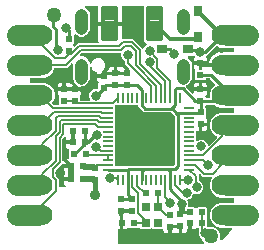
<source format=gbr>
G04 EAGLE Gerber RS-274X export*
G75*
%MOMM*%
%FSLAX34Y34*%
%LPD*%
%INBottom Copper*%
%IPPOS*%
%AMOC8*
5,1,8,0,0,1.08239X$1,22.5*%
G01*
%ADD10R,0.600000X0.600000*%
%ADD11C,1.108000*%
%ADD12C,1.778000*%
%ADD13C,1.778000*%
%ADD14R,0.900000X0.800000*%
%ADD15C,1.270000*%
%ADD16R,0.809800X0.220000*%
%ADD17R,0.220000X0.809800*%
%ADD18R,4.000000X4.000000*%
%ADD19R,0.700000X0.750000*%
%ADD20C,0.375000*%
%ADD21R,0.800000X0.900000*%
%ADD22C,0.800100*%
%ADD23C,0.508000*%
%ADD24C,0.254000*%
%ADD25C,0.304800*%
%ADD26C,0.406400*%
%ADD27C,0.177800*%
%ADD28C,0.152400*%
%ADD29C,0.906400*%

G36*
X83493Y68746D02*
X83493Y68746D01*
X83514Y68744D01*
X83624Y68766D01*
X83735Y68783D01*
X83754Y68792D01*
X83775Y68796D01*
X83813Y68820D01*
X83843Y68835D01*
X123569Y68835D01*
X123590Y68838D01*
X123611Y68836D01*
X123721Y68858D01*
X123832Y68875D01*
X123851Y68884D01*
X123872Y68888D01*
X123910Y68912D01*
X124072Y68990D01*
X124154Y69067D01*
X124198Y69095D01*
X124580Y69477D01*
X124593Y69494D01*
X124609Y69508D01*
X124671Y69601D01*
X124738Y69691D01*
X124745Y69711D01*
X124756Y69729D01*
X124766Y69773D01*
X124825Y69942D01*
X124829Y70055D01*
X124840Y70106D01*
X124840Y110879D01*
X124837Y110899D01*
X124839Y110920D01*
X124817Y111031D01*
X124800Y111142D01*
X124791Y111160D01*
X124787Y111181D01*
X124763Y111220D01*
X124685Y111381D01*
X124608Y111463D01*
X124580Y111507D01*
X121667Y114420D01*
X121650Y114433D01*
X121637Y114449D01*
X121543Y114511D01*
X121453Y114578D01*
X121433Y114585D01*
X121416Y114596D01*
X121371Y114606D01*
X121202Y114665D01*
X121089Y114669D01*
X121039Y114680D01*
X98537Y114680D01*
X94075Y119142D01*
X94075Y119937D01*
X94060Y120039D01*
X94052Y120141D01*
X94040Y120169D01*
X94035Y120200D01*
X93991Y120292D01*
X93953Y120388D01*
X93933Y120411D01*
X93920Y120439D01*
X93850Y120514D01*
X93785Y120594D01*
X93759Y120611D01*
X93738Y120633D01*
X93649Y120684D01*
X93564Y120741D01*
X93540Y120747D01*
X93508Y120765D01*
X93248Y120823D01*
X93210Y120820D01*
X93187Y120825D01*
X74898Y120825D01*
X74877Y120822D01*
X74856Y120824D01*
X74746Y120802D01*
X74635Y120785D01*
X74616Y120776D01*
X74596Y120772D01*
X74557Y120748D01*
X74396Y120670D01*
X74314Y120593D01*
X74270Y120565D01*
X74253Y120548D01*
X74240Y120531D01*
X74224Y120518D01*
X74209Y120495D01*
X74202Y120488D01*
X74185Y120459D01*
X74162Y120424D01*
X74095Y120334D01*
X74088Y120314D01*
X74077Y120297D01*
X74067Y120252D01*
X74008Y120083D01*
X74004Y119970D01*
X73993Y119920D01*
X73993Y69631D01*
X74008Y69529D01*
X74016Y69427D01*
X74028Y69399D01*
X74033Y69368D01*
X74077Y69276D01*
X74115Y69180D01*
X74135Y69157D01*
X74148Y69129D01*
X74218Y69054D01*
X74283Y68974D01*
X74309Y68957D01*
X74330Y68935D01*
X74419Y68884D01*
X74504Y68827D01*
X74528Y68821D01*
X74560Y68803D01*
X74820Y68745D01*
X74858Y68748D01*
X74881Y68743D01*
X83472Y68743D01*
X83493Y68746D01*
G37*
G36*
X25804Y120377D02*
X25804Y120377D01*
X25906Y120385D01*
X25934Y120397D01*
X25965Y120402D01*
X26057Y120446D01*
X26153Y120484D01*
X26176Y120504D01*
X26204Y120517D01*
X26279Y120587D01*
X26359Y120652D01*
X26376Y120678D01*
X26398Y120699D01*
X26449Y120788D01*
X26506Y120873D01*
X26512Y120897D01*
X26530Y120929D01*
X26588Y121189D01*
X26585Y121227D01*
X26590Y121250D01*
X26590Y127457D01*
X26707Y127573D01*
X26732Y127607D01*
X26739Y127614D01*
X26747Y127627D01*
X26758Y127642D01*
X26816Y127705D01*
X26836Y127749D01*
X26865Y127787D01*
X26893Y127868D01*
X26929Y127946D01*
X26936Y127993D01*
X26952Y128038D01*
X26955Y128124D01*
X26967Y128209D01*
X26959Y128256D01*
X26961Y128304D01*
X26938Y128387D01*
X26925Y128471D01*
X26904Y128514D01*
X26891Y128560D01*
X26845Y128632D01*
X26807Y128709D01*
X26781Y128733D01*
X26749Y128785D01*
X26574Y128933D01*
X26082Y129425D01*
X25747Y130004D01*
X25574Y130650D01*
X25574Y132486D01*
X30504Y132486D01*
X30605Y132501D01*
X30708Y132509D01*
X30736Y132521D01*
X30767Y132525D01*
X30859Y132570D01*
X30954Y132608D01*
X30978Y132628D01*
X31006Y132641D01*
X31081Y132711D01*
X31112Y132737D01*
X31128Y132717D01*
X31154Y132700D01*
X31175Y132678D01*
X31264Y132627D01*
X31349Y132570D01*
X31373Y132564D01*
X31406Y132546D01*
X31665Y132488D01*
X31703Y132491D01*
X31726Y132486D01*
X39394Y132486D01*
X39495Y132501D01*
X39598Y132509D01*
X39626Y132521D01*
X39657Y132525D01*
X39749Y132570D01*
X39844Y132608D01*
X39868Y132628D01*
X39896Y132641D01*
X39971Y132711D01*
X40002Y132737D01*
X40018Y132717D01*
X40044Y132700D01*
X40065Y132678D01*
X40154Y132627D01*
X40239Y132570D01*
X40263Y132564D01*
X40296Y132546D01*
X40555Y132488D01*
X40593Y132491D01*
X40616Y132486D01*
X45546Y132486D01*
X45546Y130650D01*
X45373Y130004D01*
X45038Y129425D01*
X44530Y128917D01*
X44458Y128871D01*
X44427Y128835D01*
X44389Y128805D01*
X44341Y128734D01*
X44286Y128668D01*
X44267Y128624D01*
X44240Y128585D01*
X44215Y128503D01*
X44181Y128424D01*
X44176Y128376D01*
X44162Y128331D01*
X44163Y128245D01*
X44154Y128159D01*
X44163Y128112D01*
X44164Y128065D01*
X44189Y127983D01*
X44206Y127899D01*
X44225Y127869D01*
X44243Y127811D01*
X44394Y127592D01*
X44407Y127582D01*
X44413Y127573D01*
X44530Y127457D01*
X44530Y125095D01*
X44545Y124993D01*
X44553Y124891D01*
X44565Y124863D01*
X44570Y124832D01*
X44614Y124740D01*
X44652Y124644D01*
X44672Y124621D01*
X44685Y124593D01*
X44755Y124518D01*
X44820Y124438D01*
X44846Y124421D01*
X44867Y124399D01*
X44956Y124348D01*
X45041Y124291D01*
X45065Y124285D01*
X45097Y124267D01*
X45357Y124209D01*
X45395Y124212D01*
X45418Y124207D01*
X52158Y124207D01*
X52169Y124208D01*
X52179Y124207D01*
X52300Y124228D01*
X52421Y124247D01*
X52431Y124251D01*
X52441Y124253D01*
X52550Y124309D01*
X52660Y124362D01*
X52668Y124369D01*
X52677Y124374D01*
X52765Y124460D01*
X52855Y124544D01*
X52860Y124553D01*
X52867Y124560D01*
X52926Y124668D01*
X52987Y124774D01*
X52989Y124785D01*
X52994Y124794D01*
X53018Y124914D01*
X53044Y125034D01*
X53044Y125044D01*
X53046Y125055D01*
X53040Y125085D01*
X53023Y125299D01*
X52987Y125387D01*
X52979Y125435D01*
X52260Y127171D01*
X52260Y129369D01*
X53101Y131400D01*
X54655Y132954D01*
X56686Y133795D01*
X58990Y133795D01*
X59011Y133798D01*
X59032Y133796D01*
X59142Y133818D01*
X59253Y133835D01*
X59272Y133844D01*
X59292Y133848D01*
X59331Y133873D01*
X59492Y133951D01*
X59575Y134028D01*
X59618Y134055D01*
X59985Y134422D01*
X59998Y134439D01*
X60014Y134453D01*
X60076Y134546D01*
X60143Y134636D01*
X60150Y134656D01*
X60161Y134674D01*
X60171Y134718D01*
X60230Y134887D01*
X60234Y135000D01*
X60245Y135051D01*
X60245Y138887D01*
X60362Y139003D01*
X60413Y139072D01*
X60471Y139135D01*
X60491Y139179D01*
X60520Y139217D01*
X60548Y139298D01*
X60584Y139376D01*
X60591Y139423D01*
X60607Y139468D01*
X60610Y139554D01*
X60622Y139639D01*
X60614Y139686D01*
X60616Y139734D01*
X60593Y139817D01*
X60580Y139901D01*
X60559Y139944D01*
X60546Y139990D01*
X60500Y140062D01*
X60462Y140139D01*
X60436Y140163D01*
X60404Y140215D01*
X60229Y140363D01*
X59737Y140855D01*
X59402Y141434D01*
X59229Y142080D01*
X59229Y143916D01*
X64159Y143916D01*
X64260Y143931D01*
X64363Y143939D01*
X64391Y143951D01*
X64422Y143955D01*
X64514Y144000D01*
X64609Y144038D01*
X64633Y144058D01*
X64661Y144071D01*
X64736Y144141D01*
X64816Y144206D01*
X64833Y144232D01*
X64855Y144253D01*
X64906Y144342D01*
X64963Y144427D01*
X64968Y144451D01*
X64987Y144483D01*
X65045Y144743D01*
X65042Y144781D01*
X65047Y144804D01*
X65047Y145138D01*
X65381Y145138D01*
X65483Y145153D01*
X65585Y145162D01*
X65613Y145173D01*
X65644Y145178D01*
X65736Y145222D01*
X65832Y145261D01*
X65855Y145280D01*
X65883Y145293D01*
X65958Y145364D01*
X66038Y145428D01*
X66055Y145454D01*
X66077Y145475D01*
X66128Y145564D01*
X66185Y145649D01*
X66191Y145673D01*
X66209Y145706D01*
X66267Y145965D01*
X66264Y146003D01*
X66269Y146026D01*
X66269Y150306D01*
X66262Y150357D01*
X66263Y150408D01*
X66242Y150487D01*
X66229Y150568D01*
X66207Y150615D01*
X66193Y150665D01*
X66149Y150734D01*
X66114Y150808D01*
X66079Y150845D01*
X66051Y150889D01*
X65988Y150942D01*
X65932Y151002D01*
X66040Y150967D01*
X66136Y150966D01*
X66183Y150956D01*
X68109Y150956D01*
X68204Y150945D01*
X68305Y150927D01*
X68335Y150930D01*
X68366Y150927D01*
X68466Y150946D01*
X68569Y150958D01*
X68597Y150971D01*
X68627Y150977D01*
X68717Y151025D01*
X68811Y151067D01*
X68834Y151087D01*
X68861Y151102D01*
X68934Y151175D01*
X69011Y151242D01*
X69022Y151263D01*
X69049Y151290D01*
X69172Y151526D01*
X69175Y151543D01*
X69516Y152134D01*
X69989Y152607D01*
X70568Y152942D01*
X71214Y153115D01*
X73050Y153115D01*
X73050Y148185D01*
X73065Y148084D01*
X73073Y147981D01*
X73085Y147953D01*
X73089Y147922D01*
X73134Y147830D01*
X73172Y147735D01*
X73192Y147711D01*
X73205Y147683D01*
X73275Y147608D01*
X73340Y147528D01*
X73366Y147511D01*
X73387Y147489D01*
X73476Y147438D01*
X73561Y147381D01*
X73585Y147376D01*
X73617Y147357D01*
X73877Y147299D01*
X73915Y147302D01*
X73938Y147297D01*
X74272Y147297D01*
X74272Y146963D01*
X74287Y146861D01*
X74296Y146759D01*
X74307Y146731D01*
X74312Y146700D01*
X74356Y146608D01*
X74395Y146512D01*
X74414Y146489D01*
X74427Y146461D01*
X74498Y146386D01*
X74562Y146306D01*
X74588Y146289D01*
X74609Y146267D01*
X74698Y146216D01*
X74783Y146159D01*
X74807Y146153D01*
X74840Y146135D01*
X75099Y146077D01*
X75137Y146080D01*
X75160Y146075D01*
X80362Y146075D01*
X80380Y146052D01*
X80406Y146035D01*
X80427Y146013D01*
X80516Y145962D01*
X80601Y145905D01*
X80625Y145899D01*
X80657Y145881D01*
X80917Y145823D01*
X80955Y145826D01*
X80978Y145821D01*
X83717Y145821D01*
X83818Y145836D01*
X83921Y145844D01*
X83949Y145856D01*
X83980Y145860D01*
X84072Y145905D01*
X84167Y145943D01*
X84191Y145963D01*
X84219Y145976D01*
X84294Y146046D01*
X84374Y146111D01*
X84391Y146137D01*
X84413Y146158D01*
X84464Y146247D01*
X84521Y146332D01*
X84526Y146356D01*
X84545Y146388D01*
X84603Y146648D01*
X84600Y146686D01*
X84605Y146709D01*
X84605Y147043D01*
X84939Y147043D01*
X85041Y147058D01*
X85143Y147067D01*
X85171Y147078D01*
X85202Y147083D01*
X85294Y147127D01*
X85390Y147166D01*
X85413Y147185D01*
X85441Y147198D01*
X85516Y147269D01*
X85596Y147333D01*
X85613Y147359D01*
X85635Y147380D01*
X85686Y147469D01*
X85743Y147554D01*
X85749Y147578D01*
X85767Y147611D01*
X85825Y147870D01*
X85822Y147908D01*
X85827Y147931D01*
X85827Y151722D01*
X85824Y151743D01*
X85826Y151764D01*
X85804Y151874D01*
X85787Y151985D01*
X85778Y152004D01*
X85774Y152024D01*
X85750Y152063D01*
X85672Y152224D01*
X85595Y152307D01*
X85567Y152350D01*
X84345Y153572D01*
X84304Y153603D01*
X84268Y153641D01*
X84197Y153681D01*
X84131Y153730D01*
X84082Y153747D01*
X84038Y153773D01*
X83958Y153790D01*
X83880Y153817D01*
X83828Y153819D01*
X83792Y153827D01*
X83783Y153871D01*
X83777Y153953D01*
X83757Y154001D01*
X83747Y154051D01*
X83720Y154095D01*
X83678Y154200D01*
X83565Y154339D01*
X83540Y154377D01*
X82641Y155276D01*
X82641Y157621D01*
X82632Y157682D01*
X82632Y157744D01*
X82612Y157813D01*
X82601Y157884D01*
X82574Y157939D01*
X82557Y157999D01*
X82517Y158058D01*
X82485Y158123D01*
X82443Y158168D01*
X82409Y158220D01*
X82369Y158247D01*
X82304Y158317D01*
X82118Y158423D01*
X82093Y158441D01*
X81925Y158511D01*
X80371Y160065D01*
X79530Y162096D01*
X79530Y163830D01*
X79514Y163932D01*
X79506Y164034D01*
X79494Y164062D01*
X79490Y164093D01*
X79445Y164185D01*
X79407Y164281D01*
X79387Y164304D01*
X79374Y164332D01*
X79304Y164407D01*
X79239Y164487D01*
X79214Y164504D01*
X79193Y164526D01*
X79104Y164577D01*
X79018Y164634D01*
X78995Y164640D01*
X78962Y164658D01*
X78702Y164716D01*
X78665Y164713D01*
X78641Y164718D01*
X46580Y164718D01*
X46559Y164715D01*
X46538Y164717D01*
X46428Y164695D01*
X46317Y164678D01*
X46298Y164669D01*
X46277Y164665D01*
X46239Y164641D01*
X46078Y164563D01*
X45995Y164486D01*
X45952Y164458D01*
X44985Y163491D01*
X44954Y163450D01*
X44916Y163414D01*
X44876Y163343D01*
X44827Y163277D01*
X44810Y163228D01*
X44784Y163184D01*
X44766Y163104D01*
X44740Y163026D01*
X44738Y162974D01*
X44727Y162924D01*
X44733Y162842D01*
X44730Y162760D01*
X44744Y162711D01*
X44748Y162659D01*
X44779Y162583D01*
X44800Y162504D01*
X44828Y162460D01*
X44847Y162412D01*
X44899Y162349D01*
X44943Y162280D01*
X44982Y162246D01*
X45015Y162206D01*
X45083Y162161D01*
X45145Y162108D01*
X45193Y162087D01*
X45236Y162059D01*
X45286Y162047D01*
X45390Y162003D01*
X45568Y161985D01*
X45613Y161975D01*
X47105Y161975D01*
X49702Y160899D01*
X51689Y158912D01*
X52831Y156156D01*
X52857Y156112D01*
X52875Y156063D01*
X52926Y155999D01*
X52968Y155928D01*
X53007Y155894D01*
X53038Y155853D01*
X53105Y155806D01*
X53167Y155752D01*
X53213Y155730D01*
X53256Y155701D01*
X53334Y155675D01*
X53408Y155642D01*
X53460Y155635D01*
X53509Y155619D01*
X53591Y155618D01*
X53672Y155608D01*
X53723Y155617D01*
X53775Y155616D01*
X53853Y155640D01*
X53934Y155654D01*
X53980Y155677D01*
X54029Y155692D01*
X54098Y155738D01*
X54170Y155775D01*
X54207Y155811D01*
X54250Y155840D01*
X54280Y155882D01*
X54361Y155961D01*
X54446Y156119D01*
X54472Y156156D01*
X55091Y157650D01*
X56720Y159279D01*
X58848Y160161D01*
X61152Y160161D01*
X63280Y159279D01*
X64909Y157650D01*
X65791Y155522D01*
X65791Y153218D01*
X65362Y152184D01*
X65360Y152174D01*
X65355Y152165D01*
X65328Y152045D01*
X65298Y151926D01*
X65299Y151915D01*
X65297Y151905D01*
X65307Y151783D01*
X65314Y151660D01*
X65318Y151651D01*
X65318Y151640D01*
X65364Y151527D01*
X65407Y151412D01*
X65414Y151403D01*
X65417Y151393D01*
X65495Y151298D01*
X65570Y151201D01*
X65578Y151195D01*
X65585Y151187D01*
X65642Y151149D01*
X65604Y151165D01*
X65522Y151174D01*
X65442Y151192D01*
X65391Y151187D01*
X65339Y151193D01*
X65259Y151177D01*
X65177Y151170D01*
X65129Y151151D01*
X65079Y151141D01*
X65035Y151113D01*
X64930Y151071D01*
X64791Y150958D01*
X64753Y150934D01*
X63531Y149712D01*
X63518Y149695D01*
X63502Y149681D01*
X63440Y149588D01*
X63373Y149498D01*
X63366Y149478D01*
X63355Y149460D01*
X63345Y149416D01*
X63286Y149246D01*
X63282Y149134D01*
X63271Y149083D01*
X63271Y146914D01*
X59229Y146914D01*
X59229Y147828D01*
X59220Y147889D01*
X59221Y147951D01*
X59200Y148020D01*
X59189Y148091D01*
X59162Y148147D01*
X59145Y148206D01*
X59105Y148265D01*
X59074Y148330D01*
X59031Y148375D01*
X58997Y148427D01*
X58958Y148454D01*
X58892Y148524D01*
X58706Y148631D01*
X58681Y148649D01*
X56720Y149461D01*
X55091Y151090D01*
X54474Y152580D01*
X54426Y152659D01*
X54386Y152742D01*
X54358Y152772D01*
X54336Y152808D01*
X54267Y152869D01*
X54204Y152937D01*
X54169Y152957D01*
X54138Y152984D01*
X54054Y153023D01*
X53974Y153068D01*
X53933Y153077D01*
X53896Y153094D01*
X53804Y153106D01*
X53714Y153126D01*
X53673Y153123D01*
X53632Y153128D01*
X53541Y153112D01*
X53449Y153105D01*
X53411Y153089D01*
X53370Y153082D01*
X53288Y153040D01*
X53202Y153006D01*
X53170Y152980D01*
X53134Y152961D01*
X53068Y152896D01*
X52996Y152838D01*
X52973Y152804D01*
X52944Y152775D01*
X52900Y152694D01*
X52849Y152617D01*
X52842Y152586D01*
X52817Y152541D01*
X52766Y152280D01*
X52769Y152260D01*
X52765Y152240D01*
X52765Y142425D01*
X51689Y139828D01*
X49702Y137841D01*
X47105Y136765D01*
X46434Y136765D01*
X46332Y136750D01*
X46230Y136742D01*
X46202Y136730D01*
X46171Y136725D01*
X46079Y136681D01*
X45983Y136643D01*
X45960Y136623D01*
X45932Y136610D01*
X45857Y136540D01*
X45777Y136475D01*
X45760Y136449D01*
X45738Y136428D01*
X45687Y136339D01*
X45630Y136254D01*
X45624Y136230D01*
X45606Y136198D01*
X45548Y135938D01*
X45551Y135900D01*
X45546Y135877D01*
X45546Y135484D01*
X41504Y135484D01*
X41504Y137667D01*
X41501Y137688D01*
X41503Y137708D01*
X41481Y137819D01*
X41464Y137930D01*
X41455Y137948D01*
X41451Y137969D01*
X41427Y138008D01*
X41349Y138169D01*
X41272Y138251D01*
X41244Y138295D01*
X40022Y139517D01*
X39981Y139548D01*
X39945Y139585D01*
X39874Y139626D01*
X39808Y139675D01*
X39759Y139692D01*
X39715Y139717D01*
X39635Y139735D01*
X39557Y139762D01*
X39505Y139764D01*
X39455Y139775D01*
X39373Y139768D01*
X39291Y139771D01*
X39241Y139758D01*
X39190Y139753D01*
X39114Y139723D01*
X39035Y139701D01*
X39033Y139700D01*
X39113Y139779D01*
X39203Y139863D01*
X39208Y139872D01*
X39216Y139879D01*
X39274Y139987D01*
X39335Y140093D01*
X39337Y140104D01*
X39342Y140113D01*
X39366Y140233D01*
X39393Y140353D01*
X39392Y140363D01*
X39394Y140374D01*
X39389Y140404D01*
X39371Y140618D01*
X39336Y140706D01*
X39327Y140754D01*
X38635Y142425D01*
X38635Y154997D01*
X38628Y155048D01*
X38629Y155100D01*
X38608Y155179D01*
X38595Y155260D01*
X38573Y155307D01*
X38559Y155356D01*
X38515Y155426D01*
X38480Y155499D01*
X38445Y155537D01*
X38417Y155581D01*
X38354Y155634D01*
X38298Y155694D01*
X38254Y155719D01*
X38214Y155753D01*
X38139Y155785D01*
X38068Y155826D01*
X38017Y155837D01*
X37970Y155857D01*
X37888Y155866D01*
X37808Y155883D01*
X37757Y155879D01*
X37705Y155885D01*
X37625Y155869D01*
X37543Y155862D01*
X37495Y155843D01*
X37445Y155833D01*
X37401Y155805D01*
X37296Y155763D01*
X37157Y155650D01*
X37119Y155625D01*
X33385Y151891D01*
X23567Y151891D01*
X23505Y151882D01*
X23443Y151883D01*
X23375Y151862D01*
X23304Y151851D01*
X23248Y151824D01*
X23188Y151807D01*
X23129Y151767D01*
X23064Y151736D01*
X23019Y151693D01*
X22968Y151659D01*
X22940Y151620D01*
X22870Y151554D01*
X22764Y151368D01*
X22746Y151343D01*
X21529Y148406D01*
X18599Y145476D01*
X14772Y143890D01*
X3429Y143890D01*
X3327Y143875D01*
X3225Y143867D01*
X3197Y143855D01*
X3166Y143850D01*
X3074Y143806D01*
X2978Y143768D01*
X2955Y143748D01*
X2927Y143735D01*
X2852Y143665D01*
X2772Y143600D01*
X2755Y143574D01*
X2733Y143553D01*
X2682Y143464D01*
X2625Y143379D01*
X2619Y143355D01*
X2601Y143323D01*
X2543Y143063D01*
X2546Y143025D01*
X2541Y143002D01*
X2541Y140208D01*
X2556Y140106D01*
X2564Y140004D01*
X2576Y139976D01*
X2581Y139945D01*
X2625Y139853D01*
X2663Y139757D01*
X2683Y139734D01*
X2696Y139706D01*
X2766Y139631D01*
X2831Y139551D01*
X2857Y139534D01*
X2878Y139512D01*
X2967Y139461D01*
X3052Y139404D01*
X3076Y139398D01*
X3108Y139380D01*
X3368Y139322D01*
X3406Y139325D01*
X3429Y139320D01*
X14772Y139320D01*
X18599Y137734D01*
X21529Y134804D01*
X23115Y130977D01*
X23115Y126833D01*
X21529Y123006D01*
X21447Y122923D01*
X21386Y122840D01*
X21319Y122762D01*
X21307Y122734D01*
X21289Y122709D01*
X21255Y122612D01*
X21215Y122518D01*
X21212Y122487D01*
X21202Y122458D01*
X21198Y122355D01*
X21187Y122253D01*
X21194Y122223D01*
X21192Y122192D01*
X21219Y122093D01*
X21240Y121993D01*
X21252Y121972D01*
X21262Y121936D01*
X21405Y121712D01*
X21434Y121687D01*
X21447Y121667D01*
X22492Y120622D01*
X22509Y120609D01*
X22522Y120593D01*
X22616Y120531D01*
X22706Y120464D01*
X22725Y120457D01*
X22743Y120446D01*
X22788Y120436D01*
X22957Y120377D01*
X23069Y120373D01*
X23120Y120362D01*
X25702Y120362D01*
X25804Y120377D01*
G37*
G36*
X148948Y2929D02*
X148948Y2929D01*
X149000Y2928D01*
X149079Y2949D01*
X149160Y2962D01*
X149207Y2984D01*
X149256Y2998D01*
X149326Y3042D01*
X149399Y3077D01*
X149437Y3113D01*
X149481Y3140D01*
X149534Y3203D01*
X149594Y3259D01*
X149619Y3303D01*
X149653Y3343D01*
X149685Y3418D01*
X149726Y3489D01*
X149737Y3540D01*
X149757Y3587D01*
X149766Y3669D01*
X149783Y3749D01*
X149779Y3800D01*
X149785Y3852D01*
X149768Y3932D01*
X149762Y4014D01*
X149743Y4062D01*
X149733Y4112D01*
X149705Y4156D01*
X149663Y4261D01*
X149550Y4400D01*
X149525Y4438D01*
X148899Y5064D01*
X148199Y6754D01*
X148188Y6772D01*
X148182Y6792D01*
X148120Y6885D01*
X148062Y6981D01*
X148046Y6995D01*
X148035Y7013D01*
X147997Y7039D01*
X147863Y7158D01*
X147761Y7205D01*
X147719Y7235D01*
X147365Y7381D01*
X145811Y8935D01*
X144970Y10966D01*
X144970Y13164D01*
X145601Y14687D01*
X145664Y14945D01*
X145662Y14997D01*
X145668Y15027D01*
X145668Y15542D01*
X145653Y15644D01*
X145645Y15746D01*
X145633Y15774D01*
X145628Y15805D01*
X145584Y15897D01*
X145546Y15993D01*
X145526Y16016D01*
X145513Y16044D01*
X145443Y16119D01*
X145378Y16199D01*
X145352Y16216D01*
X145331Y16238D01*
X145242Y16289D01*
X145157Y16346D01*
X145133Y16352D01*
X145101Y16370D01*
X144841Y16428D01*
X144803Y16425D01*
X144780Y16430D01*
X144323Y16430D01*
X144207Y16547D01*
X144138Y16598D01*
X144075Y16656D01*
X144031Y16676D01*
X143993Y16705D01*
X143912Y16733D01*
X143834Y16769D01*
X143787Y16776D01*
X143742Y16792D01*
X143656Y16795D01*
X143571Y16807D01*
X143524Y16799D01*
X143476Y16801D01*
X143393Y16778D01*
X143309Y16765D01*
X143266Y16744D01*
X143220Y16731D01*
X143148Y16685D01*
X143071Y16647D01*
X143047Y16621D01*
X142995Y16589D01*
X142847Y16414D01*
X142355Y15922D01*
X141776Y15587D01*
X141130Y15414D01*
X139294Y15414D01*
X139294Y20344D01*
X139279Y20445D01*
X139271Y20548D01*
X139259Y20576D01*
X139254Y20607D01*
X139210Y20699D01*
X139172Y20794D01*
X139152Y20818D01*
X139139Y20846D01*
X139069Y20921D01*
X139004Y21001D01*
X138978Y21018D01*
X138957Y21040D01*
X138868Y21091D01*
X138783Y21148D01*
X138759Y21153D01*
X138727Y21172D01*
X138467Y21230D01*
X138429Y21227D01*
X138406Y21232D01*
X137184Y21232D01*
X137082Y21217D01*
X136980Y21208D01*
X136952Y21197D01*
X136921Y21192D01*
X136829Y21148D01*
X136733Y21109D01*
X136710Y21090D01*
X136682Y21077D01*
X136607Y21006D01*
X136527Y20942D01*
X136510Y20916D01*
X136488Y20895D01*
X136437Y20806D01*
X136380Y20721D01*
X136374Y20697D01*
X136356Y20664D01*
X136298Y20405D01*
X136301Y20367D01*
X136296Y20344D01*
X136296Y15414D01*
X136096Y15414D01*
X135994Y15399D01*
X135892Y15391D01*
X135864Y15379D01*
X135833Y15374D01*
X135741Y15330D01*
X135645Y15292D01*
X135622Y15272D01*
X135594Y15259D01*
X135519Y15189D01*
X135439Y15124D01*
X135422Y15098D01*
X135400Y15077D01*
X135349Y14988D01*
X135292Y14903D01*
X135286Y14879D01*
X135268Y14847D01*
X135210Y14587D01*
X135213Y14549D01*
X135208Y14526D01*
X135208Y14445D01*
X135035Y13799D01*
X134700Y13220D01*
X134227Y12747D01*
X133648Y12412D01*
X133002Y12239D01*
X131166Y12239D01*
X131166Y17169D01*
X131151Y17270D01*
X131143Y17373D01*
X131131Y17401D01*
X131126Y17432D01*
X131082Y17524D01*
X131044Y17619D01*
X131024Y17643D01*
X131011Y17671D01*
X130941Y17746D01*
X130876Y17826D01*
X130850Y17843D01*
X130829Y17865D01*
X130740Y17916D01*
X130655Y17973D01*
X130631Y17978D01*
X130599Y17997D01*
X130339Y18055D01*
X130301Y18052D01*
X130278Y18057D01*
X129944Y18057D01*
X129944Y18391D01*
X129929Y18493D01*
X129920Y18595D01*
X129909Y18623D01*
X129904Y18654D01*
X129860Y18746D01*
X129821Y18842D01*
X129802Y18865D01*
X129789Y18893D01*
X129718Y18968D01*
X129654Y19048D01*
X129628Y19065D01*
X129607Y19087D01*
X129518Y19138D01*
X129433Y19195D01*
X129409Y19201D01*
X129376Y19219D01*
X129117Y19277D01*
X129079Y19274D01*
X129056Y19279D01*
X127206Y19279D01*
X127104Y19264D01*
X127002Y19256D01*
X126974Y19244D01*
X126943Y19239D01*
X126851Y19195D01*
X126755Y19157D01*
X126732Y19137D01*
X126704Y19124D01*
X126629Y19054D01*
X126594Y19025D01*
X121388Y19025D01*
X121287Y19010D01*
X121184Y19002D01*
X121156Y18990D01*
X121125Y18985D01*
X121033Y18941D01*
X120938Y18903D01*
X120914Y18883D01*
X120886Y18870D01*
X120811Y18800D01*
X120731Y18735D01*
X120714Y18709D01*
X120692Y18688D01*
X120641Y18599D01*
X120584Y18514D01*
X120579Y18490D01*
X120560Y18458D01*
X120502Y18198D01*
X120505Y18160D01*
X120500Y18137D01*
X120500Y17803D01*
X120166Y17803D01*
X120064Y17788D01*
X119962Y17779D01*
X119934Y17768D01*
X119903Y17763D01*
X119811Y17719D01*
X119715Y17680D01*
X119692Y17661D01*
X119664Y17648D01*
X119589Y17577D01*
X119509Y17513D01*
X119492Y17487D01*
X119470Y17466D01*
X119419Y17377D01*
X119362Y17292D01*
X119356Y17268D01*
X119338Y17235D01*
X119280Y16976D01*
X119283Y16938D01*
X119278Y16915D01*
X119278Y11985D01*
X117442Y11985D01*
X116796Y12158D01*
X116217Y12493D01*
X115744Y12966D01*
X115409Y13545D01*
X115236Y14191D01*
X115236Y14773D01*
X115221Y14875D01*
X115213Y14977D01*
X115201Y15005D01*
X115196Y15036D01*
X115152Y15128D01*
X115114Y15224D01*
X115094Y15247D01*
X115081Y15275D01*
X115011Y15350D01*
X114946Y15430D01*
X114920Y15447D01*
X114899Y15469D01*
X114810Y15520D01*
X114725Y15577D01*
X114701Y15583D01*
X114669Y15601D01*
X114409Y15659D01*
X114371Y15656D01*
X114348Y15661D01*
X106278Y15661D01*
X106038Y15902D01*
X105955Y15963D01*
X105877Y16029D01*
X105849Y16041D01*
X105824Y16059D01*
X105727Y16093D01*
X105633Y16133D01*
X105602Y16137D01*
X105573Y16147D01*
X105470Y16150D01*
X105368Y16161D01*
X105338Y16155D01*
X105307Y16156D01*
X105208Y16129D01*
X105108Y16109D01*
X105088Y16096D01*
X105051Y16086D01*
X104827Y15943D01*
X104802Y15914D01*
X104782Y15902D01*
X104542Y15661D01*
X96278Y15661D01*
X95220Y16720D01*
X95137Y16781D01*
X95059Y16847D01*
X95031Y16859D01*
X95006Y16877D01*
X94909Y16911D01*
X94815Y16951D01*
X94784Y16955D01*
X94755Y16965D01*
X94653Y16968D01*
X94550Y16979D01*
X94520Y16973D01*
X94489Y16974D01*
X94390Y16947D01*
X94290Y16927D01*
X94270Y16914D01*
X94233Y16904D01*
X94009Y16761D01*
X93984Y16732D01*
X93964Y16720D01*
X93548Y16303D01*
X86284Y16303D01*
X86168Y16420D01*
X86099Y16471D01*
X86036Y16529D01*
X85992Y16549D01*
X85954Y16578D01*
X85873Y16606D01*
X85795Y16642D01*
X85748Y16649D01*
X85703Y16665D01*
X85617Y16668D01*
X85532Y16680D01*
X85485Y16672D01*
X85437Y16674D01*
X85354Y16651D01*
X85270Y16638D01*
X85227Y16617D01*
X85181Y16604D01*
X85109Y16558D01*
X85032Y16520D01*
X85008Y16494D01*
X84956Y16462D01*
X84808Y16287D01*
X84316Y15795D01*
X83737Y15460D01*
X83091Y15287D01*
X81255Y15287D01*
X81255Y20217D01*
X81240Y20318D01*
X81232Y20421D01*
X81220Y20449D01*
X81215Y20480D01*
X81171Y20572D01*
X81133Y20667D01*
X81113Y20691D01*
X81100Y20719D01*
X81030Y20794D01*
X81004Y20825D01*
X81024Y20841D01*
X81041Y20867D01*
X81063Y20888D01*
X81114Y20977D01*
X81171Y21062D01*
X81177Y21086D01*
X81195Y21119D01*
X81253Y21378D01*
X81250Y21416D01*
X81255Y21439D01*
X81255Y24686D01*
X81240Y24788D01*
X81232Y24890D01*
X81220Y24918D01*
X81215Y24949D01*
X81171Y25041D01*
X81133Y25137D01*
X81113Y25160D01*
X81100Y25188D01*
X81030Y25263D01*
X81001Y25298D01*
X81001Y29616D01*
X87781Y29616D01*
X87882Y29631D01*
X87985Y29639D01*
X88013Y29651D01*
X88044Y29655D01*
X88136Y29700D01*
X88231Y29738D01*
X88255Y29758D01*
X88283Y29771D01*
X88358Y29841D01*
X88438Y29906D01*
X88455Y29932D01*
X88477Y29953D01*
X88528Y30042D01*
X88585Y30127D01*
X88590Y30151D01*
X88609Y30183D01*
X88667Y30443D01*
X88664Y30481D01*
X88669Y30504D01*
X88669Y31726D01*
X88654Y31828D01*
X88645Y31930D01*
X88634Y31958D01*
X88629Y31989D01*
X88585Y32081D01*
X88546Y32177D01*
X88527Y32200D01*
X88514Y32228D01*
X88443Y32303D01*
X88379Y32383D01*
X88353Y32400D01*
X88332Y32422D01*
X88243Y32473D01*
X88158Y32530D01*
X88134Y32536D01*
X88101Y32554D01*
X87842Y32612D01*
X87804Y32609D01*
X87781Y32614D01*
X80113Y32614D01*
X80012Y32599D01*
X79909Y32591D01*
X79881Y32579D01*
X79850Y32574D01*
X79758Y32530D01*
X79663Y32492D01*
X79639Y32472D01*
X79611Y32459D01*
X79536Y32389D01*
X79456Y32324D01*
X79439Y32298D01*
X79417Y32277D01*
X79366Y32188D01*
X79309Y32103D01*
X79304Y32079D01*
X79285Y32047D01*
X79227Y31787D01*
X79230Y31749D01*
X79225Y31726D01*
X79225Y31392D01*
X78891Y31392D01*
X78789Y31377D01*
X78687Y31368D01*
X78659Y31357D01*
X78628Y31352D01*
X78536Y31308D01*
X78440Y31269D01*
X78417Y31250D01*
X78389Y31237D01*
X78314Y31166D01*
X78234Y31102D01*
X78217Y31076D01*
X78195Y31055D01*
X78144Y30966D01*
X78087Y30881D01*
X78081Y30857D01*
X78063Y30824D01*
X78005Y30565D01*
X78008Y30531D01*
X78005Y30519D01*
X78005Y30515D01*
X78003Y30504D01*
X78003Y27257D01*
X78018Y27155D01*
X78026Y27053D01*
X78038Y27025D01*
X78042Y26994D01*
X78087Y26902D01*
X78125Y26806D01*
X78145Y26783D01*
X78158Y26755D01*
X78228Y26680D01*
X78257Y26645D01*
X78257Y21439D01*
X78272Y21338D01*
X78280Y21235D01*
X78292Y21207D01*
X78296Y21176D01*
X78341Y21084D01*
X78379Y20989D01*
X78399Y20965D01*
X78412Y20937D01*
X78482Y20862D01*
X78508Y20831D01*
X78488Y20815D01*
X78471Y20789D01*
X78449Y20768D01*
X78398Y20679D01*
X78341Y20594D01*
X78335Y20570D01*
X78317Y20537D01*
X78259Y20278D01*
X78262Y20240D01*
X78257Y20217D01*
X78257Y15287D01*
X77470Y15287D01*
X77368Y15272D01*
X77266Y15264D01*
X77238Y15252D01*
X77207Y15247D01*
X77115Y15203D01*
X77019Y15165D01*
X76996Y15145D01*
X76968Y15132D01*
X76893Y15062D01*
X76813Y14997D01*
X76796Y14971D01*
X76774Y14950D01*
X76723Y14861D01*
X76666Y14776D01*
X76660Y14752D01*
X76642Y14720D01*
X76584Y14460D01*
X76587Y14422D01*
X76582Y14399D01*
X76582Y3810D01*
X76597Y3708D01*
X76605Y3606D01*
X76617Y3578D01*
X76622Y3547D01*
X76666Y3455D01*
X76704Y3359D01*
X76724Y3336D01*
X76737Y3308D01*
X76807Y3233D01*
X76872Y3153D01*
X76898Y3136D01*
X76919Y3114D01*
X77008Y3063D01*
X77093Y3006D01*
X77117Y3000D01*
X77149Y2982D01*
X77409Y2924D01*
X77447Y2927D01*
X77470Y2922D01*
X148897Y2922D01*
X148948Y2929D01*
G37*
G36*
X97911Y168472D02*
X97911Y168472D01*
X97921Y168472D01*
X98039Y168507D01*
X98157Y168539D01*
X98166Y168545D01*
X98176Y168548D01*
X98279Y168616D01*
X98381Y168682D01*
X98388Y168690D01*
X98397Y168695D01*
X98415Y168721D01*
X98554Y168884D01*
X98591Y168972D01*
X98619Y169011D01*
X98821Y169500D01*
X100375Y171054D01*
X100698Y171188D01*
X100707Y171193D01*
X100717Y171196D01*
X100820Y171262D01*
X100925Y171325D01*
X100932Y171333D01*
X100941Y171338D01*
X101021Y171432D01*
X101102Y171523D01*
X101106Y171533D01*
X101113Y171541D01*
X101161Y171654D01*
X101212Y171765D01*
X101213Y171776D01*
X101218Y171786D01*
X101230Y171908D01*
X101246Y172029D01*
X101244Y172039D01*
X101245Y172050D01*
X101221Y172171D01*
X101200Y172291D01*
X101195Y172300D01*
X101193Y172311D01*
X101176Y172337D01*
X101078Y172527D01*
X101012Y172596D01*
X100986Y172636D01*
X98925Y174697D01*
X98925Y203581D01*
X98910Y203683D01*
X98902Y203785D01*
X98890Y203813D01*
X98885Y203844D01*
X98841Y203936D01*
X98803Y204032D01*
X98783Y204055D01*
X98770Y204083D01*
X98700Y204158D01*
X98635Y204238D01*
X98609Y204255D01*
X98588Y204277D01*
X98499Y204328D01*
X98414Y204385D01*
X98390Y204391D01*
X98358Y204409D01*
X98098Y204467D01*
X98060Y204464D01*
X98037Y204469D01*
X80638Y204469D01*
X80553Y204456D01*
X80467Y204453D01*
X80422Y204437D01*
X80375Y204429D01*
X80298Y204392D01*
X80217Y204363D01*
X80179Y204335D01*
X80135Y204314D01*
X80073Y204255D01*
X80004Y204204D01*
X79976Y204165D01*
X79941Y204132D01*
X79899Y204058D01*
X79848Y203989D01*
X79833Y203943D01*
X79809Y203902D01*
X79791Y203818D01*
X79763Y203737D01*
X79765Y203701D01*
X79751Y203642D01*
X79773Y203377D01*
X79779Y203362D01*
X79780Y203351D01*
X79891Y202936D01*
X79891Y191007D01*
X70739Y191007D01*
X70638Y190992D01*
X70535Y190983D01*
X70507Y190972D01*
X70476Y190967D01*
X70384Y190923D01*
X70289Y190884D01*
X70265Y190865D01*
X70237Y190852D01*
X70162Y190782D01*
X70082Y190717D01*
X70065Y190691D01*
X70043Y190670D01*
X69992Y190581D01*
X69935Y190496D01*
X69930Y190472D01*
X69911Y190439D01*
X69853Y190180D01*
X69856Y190142D01*
X69851Y190119D01*
X69851Y188341D01*
X69866Y188240D01*
X69875Y188137D01*
X69886Y188109D01*
X69891Y188078D01*
X69935Y187986D01*
X69974Y187891D01*
X69993Y187867D01*
X70006Y187839D01*
X70076Y187764D01*
X70141Y187684D01*
X70167Y187667D01*
X70188Y187645D01*
X70277Y187594D01*
X70362Y187537D01*
X70386Y187531D01*
X70419Y187513D01*
X70678Y187455D01*
X70716Y187458D01*
X70739Y187453D01*
X79891Y187453D01*
X79891Y177403D01*
X79906Y177302D01*
X79914Y177200D01*
X79926Y177171D01*
X79931Y177141D01*
X79975Y177048D01*
X80013Y176953D01*
X80033Y176929D01*
X80046Y176901D01*
X80116Y176826D01*
X80181Y176747D01*
X80207Y176729D01*
X80228Y176707D01*
X80317Y176656D01*
X80402Y176599D01*
X80426Y176594D01*
X80458Y176575D01*
X80718Y176517D01*
X80756Y176520D01*
X80779Y176515D01*
X89378Y176515D01*
X95835Y170058D01*
X97170Y168723D01*
X97178Y168717D01*
X97185Y168709D01*
X97285Y168639D01*
X97384Y168566D01*
X97394Y168562D01*
X97402Y168556D01*
X97519Y168519D01*
X97635Y168478D01*
X97646Y168478D01*
X97656Y168475D01*
X97778Y168473D01*
X97901Y168469D01*
X97911Y168472D01*
G37*
G36*
X164036Y6143D02*
X164036Y6143D01*
X164146Y6141D01*
X164168Y6148D01*
X164191Y6149D01*
X164234Y6168D01*
X164401Y6217D01*
X164497Y6282D01*
X164545Y6303D01*
X168458Y9146D01*
X168647Y9332D01*
X168651Y9339D01*
X168654Y9342D01*
X172695Y14903D01*
X172817Y15139D01*
X172819Y15146D01*
X172821Y15151D01*
X173008Y15728D01*
X173026Y15835D01*
X173050Y15941D01*
X173048Y15966D01*
X173052Y15990D01*
X173037Y16098D01*
X173028Y16206D01*
X173019Y16229D01*
X173016Y16253D01*
X172970Y16352D01*
X172929Y16453D01*
X172914Y16472D01*
X172903Y16494D01*
X172830Y16574D01*
X172762Y16659D01*
X172741Y16673D01*
X172725Y16691D01*
X172631Y16746D01*
X172541Y16806D01*
X172522Y16811D01*
X172496Y16826D01*
X172237Y16887D01*
X172191Y16884D01*
X172164Y16890D01*
X163028Y16890D01*
X159201Y18476D01*
X156271Y21406D01*
X154685Y25233D01*
X154685Y29377D01*
X156271Y33204D01*
X159201Y36134D01*
X163028Y37720D01*
X174371Y37720D01*
X174473Y37735D01*
X174575Y37743D01*
X174603Y37755D01*
X174634Y37760D01*
X174726Y37804D01*
X174822Y37842D01*
X174845Y37862D01*
X174873Y37875D01*
X174948Y37945D01*
X175028Y38010D01*
X175045Y38036D01*
X175067Y38057D01*
X175118Y38146D01*
X175175Y38231D01*
X175181Y38255D01*
X175199Y38287D01*
X175257Y38547D01*
X175254Y38585D01*
X175259Y38608D01*
X175259Y41402D01*
X175244Y41504D01*
X175236Y41606D01*
X175224Y41634D01*
X175219Y41665D01*
X175175Y41757D01*
X175137Y41853D01*
X175117Y41876D01*
X175104Y41904D01*
X175034Y41979D01*
X174969Y42059D01*
X174943Y42076D01*
X174922Y42098D01*
X174833Y42149D01*
X174748Y42206D01*
X174724Y42212D01*
X174692Y42230D01*
X174432Y42288D01*
X174394Y42285D01*
X174371Y42290D01*
X163028Y42290D01*
X159201Y43876D01*
X156271Y46806D01*
X154685Y50633D01*
X154685Y54777D01*
X156317Y58715D01*
X156319Y58725D01*
X156324Y58734D01*
X156351Y58854D01*
X156380Y58973D01*
X156380Y58984D01*
X156382Y58994D01*
X156372Y59116D01*
X156365Y59239D01*
X156361Y59248D01*
X156361Y59259D01*
X156315Y59373D01*
X156272Y59487D01*
X156265Y59496D01*
X156262Y59506D01*
X156184Y59601D01*
X156109Y59698D01*
X156101Y59704D01*
X156094Y59712D01*
X155992Y59780D01*
X155892Y59850D01*
X155882Y59854D01*
X155873Y59859D01*
X155842Y59866D01*
X155639Y59932D01*
X155543Y59933D01*
X155496Y59943D01*
X148913Y59943D01*
X147313Y61543D01*
X146805Y62051D01*
X146764Y62082D01*
X146728Y62119D01*
X146657Y62160D01*
X146591Y62209D01*
X146542Y62226D01*
X146498Y62251D01*
X146418Y62269D01*
X146340Y62296D01*
X146288Y62298D01*
X146238Y62309D01*
X146156Y62302D01*
X146074Y62305D01*
X146025Y62292D01*
X145973Y62287D01*
X145897Y62257D01*
X145818Y62235D01*
X145774Y62208D01*
X145726Y62188D01*
X145663Y62137D01*
X145594Y62093D01*
X145560Y62053D01*
X145520Y62021D01*
X145475Y61953D01*
X145422Y61890D01*
X145401Y61843D01*
X145373Y61800D01*
X145361Y61749D01*
X145317Y61646D01*
X145299Y61467D01*
X145289Y61423D01*
X145289Y56732D01*
X145298Y56671D01*
X145297Y56609D01*
X145318Y56540D01*
X145329Y56469D01*
X145356Y56413D01*
X145373Y56354D01*
X145413Y56295D01*
X145444Y56230D01*
X145487Y56185D01*
X145521Y56133D01*
X145560Y56106D01*
X145626Y56036D01*
X145811Y55929D01*
X145837Y55911D01*
X146640Y55579D01*
X148194Y54025D01*
X149035Y51994D01*
X149035Y49796D01*
X148194Y47765D01*
X146640Y46211D01*
X144609Y45370D01*
X142411Y45370D01*
X141601Y45705D01*
X141591Y45708D01*
X141582Y45713D01*
X141462Y45740D01*
X141343Y45769D01*
X141332Y45768D01*
X141322Y45771D01*
X141200Y45761D01*
X141077Y45754D01*
X141068Y45750D01*
X141057Y45749D01*
X140943Y45703D01*
X140829Y45660D01*
X140820Y45654D01*
X140810Y45650D01*
X140714Y45572D01*
X140618Y45498D01*
X140612Y45489D01*
X140604Y45483D01*
X140536Y45380D01*
X140466Y45280D01*
X140462Y45270D01*
X140457Y45261D01*
X140450Y45231D01*
X140426Y45158D01*
X139532Y42998D01*
X137977Y41443D01*
X136154Y40688D01*
X136066Y40635D01*
X135975Y40588D01*
X135952Y40567D01*
X135926Y40551D01*
X135858Y40474D01*
X135785Y40402D01*
X135770Y40375D01*
X135749Y40352D01*
X135707Y40259D01*
X135658Y40169D01*
X135652Y40138D01*
X135639Y40110D01*
X135626Y40009D01*
X135606Y39908D01*
X135610Y39884D01*
X135606Y39847D01*
X135652Y39585D01*
X135669Y39551D01*
X135673Y39528D01*
X136335Y37929D01*
X136335Y35731D01*
X136280Y35598D01*
X136278Y35588D01*
X136272Y35579D01*
X136246Y35459D01*
X136216Y35340D01*
X136217Y35329D01*
X136215Y35319D01*
X136225Y35197D01*
X136232Y35075D01*
X136235Y35065D01*
X136236Y35054D01*
X136282Y34940D01*
X136325Y34826D01*
X136331Y34817D01*
X136335Y34807D01*
X136413Y34711D01*
X136488Y34615D01*
X136496Y34609D01*
X136503Y34601D01*
X136605Y34533D01*
X136705Y34463D01*
X136715Y34459D01*
X136724Y34454D01*
X136755Y34447D01*
X136958Y34381D01*
X137054Y34380D01*
X137101Y34370D01*
X141427Y34370D01*
X142247Y33549D01*
X142330Y33488D01*
X142408Y33422D01*
X142436Y33410D01*
X142461Y33392D01*
X142558Y33358D01*
X142652Y33318D01*
X142683Y33314D01*
X142712Y33304D01*
X142814Y33301D01*
X142917Y33290D01*
X142947Y33296D01*
X142978Y33295D01*
X143077Y33322D01*
X143177Y33342D01*
X143197Y33355D01*
X143234Y33365D01*
X143458Y33508D01*
X143483Y33537D01*
X143503Y33549D01*
X144323Y34370D01*
X151587Y34370D01*
X152480Y33477D01*
X152480Y26213D01*
X152294Y26028D01*
X152233Y25945D01*
X152167Y25867D01*
X152155Y25839D01*
X152137Y25814D01*
X152103Y25717D01*
X152063Y25623D01*
X152059Y25592D01*
X152049Y25563D01*
X152046Y25460D01*
X152035Y25358D01*
X152041Y25328D01*
X152040Y25297D01*
X152067Y25198D01*
X152087Y25098D01*
X152100Y25078D01*
X152110Y25041D01*
X152253Y24817D01*
X152282Y24792D01*
X152294Y24772D01*
X152480Y24587D01*
X152480Y18096D01*
X152481Y18085D01*
X152480Y18075D01*
X152501Y17954D01*
X152520Y17833D01*
X152524Y17824D01*
X152526Y17813D01*
X152582Y17704D01*
X152635Y17594D01*
X152642Y17586D01*
X152647Y17577D01*
X152733Y17489D01*
X152817Y17399D01*
X152826Y17394D01*
X152833Y17387D01*
X152941Y17328D01*
X153047Y17267D01*
X153058Y17265D01*
X153067Y17260D01*
X153187Y17236D01*
X153307Y17210D01*
X153317Y17210D01*
X153328Y17208D01*
X153358Y17214D01*
X153572Y17231D01*
X153660Y17267D01*
X153708Y17275D01*
X154009Y17400D01*
X157141Y17400D01*
X160036Y16201D01*
X162251Y13986D01*
X163450Y11091D01*
X163450Y7959D01*
X163202Y7361D01*
X163197Y7339D01*
X163186Y7319D01*
X163165Y7210D01*
X163138Y7103D01*
X163140Y7080D01*
X163135Y7058D01*
X163147Y6948D01*
X163154Y6838D01*
X163162Y6816D01*
X163164Y6794D01*
X163208Y6692D01*
X163247Y6589D01*
X163261Y6571D01*
X163270Y6550D01*
X163342Y6466D01*
X163410Y6379D01*
X163428Y6365D01*
X163443Y6348D01*
X163537Y6289D01*
X163627Y6226D01*
X163649Y6219D01*
X163668Y6207D01*
X163775Y6178D01*
X163880Y6144D01*
X163903Y6144D01*
X163925Y6138D01*
X164036Y6143D01*
G37*
G36*
X153899Y126635D02*
X153899Y126635D01*
X154001Y126643D01*
X154029Y126655D01*
X154060Y126660D01*
X154152Y126704D01*
X154248Y126742D01*
X154271Y126762D01*
X154299Y126775D01*
X154374Y126845D01*
X154454Y126910D01*
X154471Y126936D01*
X154493Y126957D01*
X154544Y127046D01*
X154601Y127131D01*
X154607Y127155D01*
X154625Y127187D01*
X154683Y127447D01*
X154680Y127485D01*
X154685Y127508D01*
X154685Y130977D01*
X156271Y134804D01*
X158941Y137475D01*
X159002Y137558D01*
X159069Y137636D01*
X159081Y137664D01*
X159099Y137689D01*
X159133Y137786D01*
X159173Y137880D01*
X159176Y137911D01*
X159186Y137940D01*
X159190Y138043D01*
X159201Y138145D01*
X159195Y138175D01*
X159196Y138206D01*
X159169Y138305D01*
X159149Y138405D01*
X159136Y138426D01*
X159126Y138462D01*
X158983Y138687D01*
X158954Y138711D01*
X158941Y138731D01*
X154678Y142995D01*
X154661Y143008D01*
X154647Y143024D01*
X154554Y143086D01*
X154464Y143153D01*
X154444Y143160D01*
X154426Y143171D01*
X154382Y143181D01*
X154213Y143240D01*
X154100Y143244D01*
X154049Y143255D01*
X151971Y143255D01*
X151869Y143240D01*
X151767Y143232D01*
X151739Y143220D01*
X151708Y143215D01*
X151616Y143171D01*
X151520Y143133D01*
X151497Y143113D01*
X151469Y143100D01*
X151394Y143030D01*
X151314Y142965D01*
X151297Y142939D01*
X151275Y142918D01*
X151224Y142829D01*
X151167Y142744D01*
X151161Y142720D01*
X151143Y142688D01*
X151085Y142428D01*
X151085Y142421D01*
X150190Y141525D01*
X142926Y141525D01*
X142033Y142418D01*
X142033Y149682D01*
X142150Y149798D01*
X142201Y149867D01*
X142259Y149930D01*
X142279Y149974D01*
X142308Y150012D01*
X142336Y150093D01*
X142372Y150171D01*
X142379Y150218D01*
X142395Y150263D01*
X142398Y150349D01*
X142410Y150434D01*
X142402Y150481D01*
X142404Y150529D01*
X142381Y150612D01*
X142368Y150696D01*
X142347Y150739D01*
X142334Y150785D01*
X142288Y150857D01*
X142250Y150934D01*
X142224Y150958D01*
X142192Y151010D01*
X142017Y151158D01*
X141525Y151650D01*
X141190Y152229D01*
X141017Y152875D01*
X141017Y154711D01*
X145059Y154711D01*
X145059Y151463D01*
X145074Y151361D01*
X145082Y151259D01*
X145094Y151231D01*
X145098Y151200D01*
X145143Y151108D01*
X145181Y151012D01*
X145201Y150989D01*
X145214Y150961D01*
X145284Y150886D01*
X145349Y150806D01*
X145375Y150789D01*
X145396Y150767D01*
X145485Y150716D01*
X145570Y150659D01*
X145594Y150653D01*
X145626Y150635D01*
X145886Y150577D01*
X145924Y150580D01*
X145947Y150575D01*
X147169Y150575D01*
X147271Y150590D01*
X147373Y150598D01*
X147401Y150610D01*
X147432Y150615D01*
X147524Y150659D01*
X147620Y150697D01*
X147643Y150717D01*
X147671Y150730D01*
X147746Y150800D01*
X147826Y150865D01*
X147843Y150891D01*
X147865Y150912D01*
X147916Y151001D01*
X147973Y151086D01*
X147979Y151110D01*
X147997Y151142D01*
X148055Y151402D01*
X148052Y151440D01*
X148057Y151463D01*
X148057Y154711D01*
X152099Y154711D01*
X152099Y153416D01*
X152114Y153314D01*
X152122Y153212D01*
X152134Y153184D01*
X152139Y153153D01*
X152183Y153061D01*
X152221Y152965D01*
X152241Y152942D01*
X152254Y152914D01*
X152324Y152839D01*
X152389Y152759D01*
X152415Y152742D01*
X152436Y152720D01*
X152525Y152669D01*
X152610Y152612D01*
X152634Y152606D01*
X152666Y152588D01*
X152926Y152530D01*
X152964Y152533D01*
X152987Y152528D01*
X164211Y152528D01*
X164312Y152543D01*
X164415Y152551D01*
X164443Y152563D01*
X164474Y152568D01*
X164566Y152612D01*
X164661Y152650D01*
X164685Y152670D01*
X164713Y152683D01*
X164788Y152753D01*
X164868Y152818D01*
X164885Y152844D01*
X164907Y152865D01*
X164958Y152954D01*
X165015Y153039D01*
X165020Y153063D01*
X165039Y153095D01*
X165097Y153355D01*
X165094Y153393D01*
X165099Y153416D01*
X165099Y155194D01*
X165084Y155295D01*
X165075Y155398D01*
X165064Y155426D01*
X165059Y155457D01*
X165015Y155549D01*
X164976Y155644D01*
X164957Y155668D01*
X164944Y155696D01*
X164874Y155771D01*
X164809Y155851D01*
X164783Y155868D01*
X164762Y155890D01*
X164673Y155941D01*
X164588Y155998D01*
X164564Y156004D01*
X164531Y156022D01*
X164272Y156080D01*
X164234Y156077D01*
X164211Y156082D01*
X153808Y156082D01*
X153951Y156982D01*
X154507Y158693D01*
X155324Y160296D01*
X156381Y161752D01*
X157653Y163024D01*
X159109Y164081D01*
X160712Y164898D01*
X162423Y165454D01*
X163341Y165600D01*
X163349Y165515D01*
X163359Y165493D01*
X163363Y165468D01*
X163410Y165371D01*
X163452Y165270D01*
X163468Y165251D01*
X163478Y165229D01*
X163552Y165150D01*
X163622Y165066D01*
X163643Y165053D01*
X163660Y165035D01*
X163754Y164981D01*
X163845Y164922D01*
X163869Y164915D01*
X163890Y164903D01*
X163997Y164879D01*
X164101Y164850D01*
X164120Y164852D01*
X164150Y164845D01*
X164415Y164867D01*
X164457Y164884D01*
X164486Y164886D01*
X166263Y165464D01*
X166350Y165507D01*
X166439Y165543D01*
X166468Y165567D01*
X166501Y165583D01*
X166567Y165646D01*
X166866Y165598D01*
X167132Y165597D01*
X167139Y165599D01*
X167144Y165598D01*
X168010Y165736D01*
X174371Y165736D01*
X174473Y165751D01*
X174575Y165759D01*
X174603Y165771D01*
X174634Y165776D01*
X174726Y165820D01*
X174822Y165858D01*
X174845Y165878D01*
X174873Y165891D01*
X174948Y165961D01*
X175028Y166026D01*
X175045Y166052D01*
X175067Y166073D01*
X175118Y166162D01*
X175175Y166247D01*
X175181Y166271D01*
X175199Y166303D01*
X175257Y166563D01*
X175254Y166601D01*
X175259Y166624D01*
X175259Y168402D01*
X175244Y168504D01*
X175236Y168606D01*
X175224Y168634D01*
X175219Y168665D01*
X175175Y168757D01*
X175137Y168853D01*
X175117Y168876D01*
X175104Y168904D01*
X175034Y168979D01*
X174969Y169059D01*
X174943Y169076D01*
X174922Y169098D01*
X174833Y169149D01*
X174748Y169206D01*
X174724Y169212D01*
X174692Y169230D01*
X174432Y169288D01*
X174394Y169285D01*
X174371Y169290D01*
X163028Y169290D01*
X160472Y170349D01*
X160412Y170364D01*
X160355Y170388D01*
X160283Y170396D01*
X160214Y170413D01*
X160152Y170409D01*
X160090Y170416D01*
X160020Y170402D01*
X159949Y170398D01*
X159891Y170376D01*
X159830Y170364D01*
X159789Y170338D01*
X159700Y170304D01*
X159530Y170173D01*
X159504Y170157D01*
X151921Y162573D01*
X151880Y162567D01*
X151828Y162569D01*
X151749Y162547D01*
X151668Y162535D01*
X151621Y162513D01*
X151572Y162499D01*
X151503Y162455D01*
X151429Y162419D01*
X151391Y162384D01*
X151347Y162356D01*
X151294Y162294D01*
X151234Y162238D01*
X151209Y162193D01*
X151175Y162154D01*
X151143Y162078D01*
X151102Y162007D01*
X151091Y161957D01*
X151071Y161909D01*
X151062Y161828D01*
X151045Y161748D01*
X151049Y161696D01*
X151043Y161645D01*
X151060Y161564D01*
X151066Y161483D01*
X151085Y161435D01*
X151096Y161384D01*
X151123Y161341D01*
X151165Y161236D01*
X151278Y161097D01*
X151303Y161058D01*
X151591Y160770D01*
X151926Y160191D01*
X152099Y159545D01*
X152099Y157709D01*
X147169Y157709D01*
X147068Y157694D01*
X146965Y157686D01*
X146937Y157674D01*
X146906Y157669D01*
X146814Y157625D01*
X146719Y157587D01*
X146695Y157567D01*
X146667Y157554D01*
X146592Y157484D01*
X146561Y157458D01*
X146545Y157478D01*
X146519Y157495D01*
X146498Y157517D01*
X146409Y157568D01*
X146324Y157625D01*
X146300Y157631D01*
X146267Y157649D01*
X146008Y157707D01*
X145970Y157704D01*
X145947Y157709D01*
X141017Y157709D01*
X141017Y159545D01*
X141190Y160191D01*
X141537Y160792D01*
X141549Y160803D01*
X141590Y160874D01*
X141638Y160940D01*
X141655Y160989D01*
X141681Y161033D01*
X141699Y161113D01*
X141726Y161191D01*
X141728Y161242D01*
X141739Y161293D01*
X141732Y161375D01*
X141735Y161456D01*
X141721Y161506D01*
X141717Y161558D01*
X141687Y161634D01*
X141665Y161713D01*
X141638Y161756D01*
X141618Y161805D01*
X141567Y161868D01*
X141523Y161937D01*
X141483Y161971D01*
X141451Y162011D01*
X141383Y162056D01*
X141320Y162109D01*
X141273Y162130D01*
X141230Y162158D01*
X141179Y162170D01*
X141076Y162214D01*
X140897Y162232D01*
X140853Y162242D01*
X136903Y162242D01*
X136852Y162235D01*
X136801Y162236D01*
X136721Y162215D01*
X136640Y162202D01*
X136594Y162180D01*
X136544Y162166D01*
X136475Y162122D01*
X136401Y162087D01*
X136363Y162052D01*
X136320Y162024D01*
X136267Y161961D01*
X136207Y161905D01*
X136181Y161861D01*
X136148Y161821D01*
X136115Y161746D01*
X136075Y161675D01*
X136064Y161624D01*
X136043Y161577D01*
X136035Y161495D01*
X136017Y161415D01*
X136021Y161364D01*
X136016Y161312D01*
X136032Y161232D01*
X136039Y161150D01*
X136058Y161102D01*
X136068Y161052D01*
X136096Y161008D01*
X136138Y160903D01*
X136251Y160764D01*
X136275Y160726D01*
X138089Y158912D01*
X139165Y156315D01*
X139165Y142425D01*
X138089Y139828D01*
X136102Y137841D01*
X134554Y137200D01*
X134545Y137194D01*
X134535Y137192D01*
X134431Y137126D01*
X134327Y137063D01*
X134320Y137055D01*
X134311Y137049D01*
X134231Y136955D01*
X134150Y136864D01*
X134146Y136854D01*
X134139Y136846D01*
X134090Y136733D01*
X134040Y136622D01*
X134039Y136612D01*
X134034Y136602D01*
X134022Y136479D01*
X134006Y136358D01*
X134008Y136348D01*
X134007Y136338D01*
X134031Y136217D01*
X134052Y136097D01*
X134057Y136087D01*
X134059Y136077D01*
X134076Y136050D01*
X134174Y135860D01*
X134240Y135792D01*
X134266Y135751D01*
X139501Y130516D01*
X139542Y130486D01*
X139578Y130448D01*
X139649Y130407D01*
X139715Y130359D01*
X139764Y130342D01*
X139808Y130316D01*
X139888Y130298D01*
X139966Y130271D01*
X140018Y130270D01*
X140068Y130258D01*
X140150Y130265D01*
X140232Y130262D01*
X140281Y130276D01*
X140333Y130280D01*
X140409Y130310D01*
X140488Y130332D01*
X140532Y130360D01*
X140580Y130379D01*
X140643Y130431D01*
X140712Y130475D01*
X140746Y130514D01*
X140786Y130547D01*
X140831Y130615D01*
X140884Y130677D01*
X140905Y130725D01*
X140933Y130768D01*
X140945Y130818D01*
X140989Y130922D01*
X141007Y131100D01*
X141017Y131144D01*
X141017Y132486D01*
X145947Y132486D01*
X146048Y132501D01*
X146151Y132509D01*
X146179Y132521D01*
X146210Y132525D01*
X146302Y132570D01*
X146397Y132608D01*
X146421Y132628D01*
X146449Y132641D01*
X146524Y132711D01*
X146555Y132737D01*
X146571Y132717D01*
X146597Y132700D01*
X146618Y132678D01*
X146707Y132627D01*
X146792Y132570D01*
X146816Y132564D01*
X146849Y132546D01*
X147108Y132488D01*
X147146Y132491D01*
X147169Y132486D01*
X152099Y132486D01*
X152099Y130650D01*
X151926Y130004D01*
X151591Y129425D01*
X151083Y128917D01*
X151011Y128871D01*
X150980Y128835D01*
X150942Y128805D01*
X150894Y128734D01*
X150839Y128668D01*
X150820Y128624D01*
X150793Y128585D01*
X150768Y128503D01*
X150734Y128424D01*
X150729Y128376D01*
X150715Y128331D01*
X150716Y128245D01*
X150707Y128159D01*
X150716Y128112D01*
X150717Y128065D01*
X150742Y127983D01*
X150759Y127899D01*
X150778Y127869D01*
X150796Y127811D01*
X150947Y127592D01*
X150960Y127582D01*
X150966Y127573D01*
X151092Y127447D01*
X151098Y127406D01*
X151106Y127304D01*
X151118Y127276D01*
X151123Y127245D01*
X151167Y127153D01*
X151205Y127057D01*
X151225Y127034D01*
X151238Y127006D01*
X151308Y126931D01*
X151373Y126851D01*
X151399Y126834D01*
X151420Y126812D01*
X151509Y126761D01*
X151594Y126704D01*
X151618Y126698D01*
X151650Y126680D01*
X151910Y126622D01*
X151948Y126625D01*
X151971Y126620D01*
X153797Y126620D01*
X153899Y126635D01*
G37*
G36*
X153735Y86187D02*
X153735Y86187D01*
X153745Y86186D01*
X153866Y86210D01*
X153986Y86231D01*
X153995Y86236D01*
X154006Y86238D01*
X154032Y86255D01*
X154223Y86353D01*
X154291Y86419D01*
X154331Y86445D01*
X160637Y92751D01*
X160644Y92760D01*
X160652Y92766D01*
X160722Y92866D01*
X160795Y92965D01*
X160799Y92975D01*
X160805Y92984D01*
X160842Y93101D01*
X160882Y93216D01*
X160883Y93227D01*
X160886Y93237D01*
X160887Y93359D01*
X160892Y93482D01*
X160889Y93492D01*
X160889Y93503D01*
X160854Y93620D01*
X160822Y93738D01*
X160816Y93747D01*
X160813Y93757D01*
X160745Y93860D01*
X160679Y93963D01*
X160671Y93970D01*
X160665Y93978D01*
X160640Y93996D01*
X160476Y94135D01*
X160389Y94172D01*
X160349Y94200D01*
X159201Y94676D01*
X156271Y97606D01*
X154685Y101433D01*
X154685Y105577D01*
X156271Y109404D01*
X159201Y112334D01*
X163028Y113920D01*
X174371Y113920D01*
X174473Y113935D01*
X174575Y113943D01*
X174603Y113955D01*
X174634Y113960D01*
X174726Y114004D01*
X174822Y114042D01*
X174845Y114062D01*
X174873Y114075D01*
X174948Y114145D01*
X175028Y114210D01*
X175045Y114236D01*
X175067Y114257D01*
X175118Y114346D01*
X175175Y114431D01*
X175181Y114455D01*
X175199Y114487D01*
X175257Y114747D01*
X175255Y114771D01*
X175257Y114780D01*
X175256Y114794D01*
X175259Y114808D01*
X175259Y117602D01*
X175244Y117704D01*
X175236Y117806D01*
X175224Y117834D01*
X175219Y117865D01*
X175175Y117957D01*
X175137Y118053D01*
X175117Y118076D01*
X175104Y118104D01*
X175034Y118179D01*
X174969Y118259D01*
X174943Y118276D01*
X174922Y118298D01*
X174833Y118349D01*
X174748Y118406D01*
X174724Y118412D01*
X174692Y118430D01*
X174432Y118488D01*
X174394Y118485D01*
X174371Y118490D01*
X163028Y118490D01*
X159201Y120076D01*
X158506Y120770D01*
X158489Y120783D01*
X158476Y120799D01*
X158383Y120861D01*
X158292Y120928D01*
X158272Y120935D01*
X158255Y120946D01*
X158210Y120956D01*
X158041Y121015D01*
X157928Y121019D01*
X157878Y121030D01*
X151971Y121030D01*
X151869Y121015D01*
X151767Y121007D01*
X151739Y120995D01*
X151708Y120990D01*
X151616Y120946D01*
X151520Y120908D01*
X151497Y120888D01*
X151469Y120875D01*
X151394Y120805D01*
X151314Y120740D01*
X151297Y120714D01*
X151275Y120693D01*
X151224Y120604D01*
X151167Y120519D01*
X151161Y120495D01*
X151143Y120463D01*
X151085Y120203D01*
X151085Y120196D01*
X150707Y119818D01*
X150646Y119735D01*
X150580Y119657D01*
X150567Y119628D01*
X150549Y119604D01*
X150515Y119507D01*
X150475Y119412D01*
X150472Y119382D01*
X150462Y119353D01*
X150458Y119250D01*
X150448Y119148D01*
X150454Y119118D01*
X150453Y119087D01*
X150480Y118988D01*
X150500Y118887D01*
X150513Y118867D01*
X150523Y118830D01*
X150665Y118606D01*
X150694Y118581D01*
X150707Y118561D01*
X151337Y117932D01*
X151337Y110668D01*
X151220Y110552D01*
X151169Y110483D01*
X151111Y110420D01*
X151091Y110376D01*
X151062Y110338D01*
X151034Y110257D01*
X150998Y110179D01*
X150991Y110132D01*
X150975Y110087D01*
X150972Y110001D01*
X150960Y109916D01*
X150968Y109869D01*
X150966Y109821D01*
X150989Y109738D01*
X151002Y109654D01*
X151023Y109611D01*
X151036Y109565D01*
X151082Y109493D01*
X151120Y109416D01*
X151146Y109392D01*
X151178Y109340D01*
X151353Y109192D01*
X151845Y108700D01*
X152180Y108121D01*
X152353Y107475D01*
X152353Y105639D01*
X147423Y105639D01*
X147322Y105624D01*
X147219Y105616D01*
X147191Y105604D01*
X147160Y105599D01*
X147068Y105555D01*
X146973Y105517D01*
X146949Y105497D01*
X146921Y105484D01*
X146846Y105414D01*
X146766Y105349D01*
X146749Y105323D01*
X146727Y105302D01*
X146676Y105213D01*
X146619Y105128D01*
X146614Y105104D01*
X146595Y105072D01*
X146537Y104812D01*
X146540Y104774D01*
X146535Y104751D01*
X146535Y104417D01*
X146201Y104417D01*
X146099Y104402D01*
X145997Y104393D01*
X145969Y104382D01*
X145938Y104377D01*
X145846Y104333D01*
X145750Y104294D01*
X145727Y104275D01*
X145699Y104262D01*
X145624Y104191D01*
X145544Y104127D01*
X145527Y104101D01*
X145505Y104080D01*
X145454Y103991D01*
X145397Y103906D01*
X145391Y103882D01*
X145373Y103849D01*
X145315Y103590D01*
X145318Y103552D01*
X145313Y103529D01*
X145313Y98599D01*
X143783Y98599D01*
X143681Y98584D01*
X143579Y98576D01*
X143551Y98564D01*
X143520Y98559D01*
X143428Y98515D01*
X143332Y98477D01*
X143309Y98457D01*
X143281Y98444D01*
X143206Y98374D01*
X143126Y98309D01*
X143109Y98283D01*
X143087Y98262D01*
X143036Y98173D01*
X142979Y98088D01*
X142973Y98064D01*
X142955Y98032D01*
X142897Y97772D01*
X142900Y97734D01*
X142895Y97711D01*
X142895Y91202D01*
X142896Y91191D01*
X142895Y91181D01*
X142916Y91060D01*
X142935Y90939D01*
X142939Y90929D01*
X142941Y90919D01*
X142997Y90810D01*
X143050Y90700D01*
X143057Y90692D01*
X143062Y90683D01*
X143148Y90595D01*
X143232Y90505D01*
X143241Y90500D01*
X143248Y90493D01*
X143356Y90434D01*
X143462Y90373D01*
X143473Y90371D01*
X143482Y90366D01*
X143602Y90342D01*
X143722Y90316D01*
X143732Y90316D01*
X143743Y90314D01*
X143773Y90320D01*
X143987Y90337D01*
X144075Y90373D01*
X144123Y90381D01*
X146221Y91250D01*
X148419Y91250D01*
X150450Y90409D01*
X152004Y88855D01*
X152883Y86734D01*
X152888Y86725D01*
X152891Y86714D01*
X152957Y86611D01*
X153020Y86506D01*
X153028Y86499D01*
X153034Y86490D01*
X153127Y86410D01*
X153219Y86329D01*
X153228Y86325D01*
X153236Y86318D01*
X153350Y86270D01*
X153461Y86219D01*
X153471Y86218D01*
X153481Y86214D01*
X153603Y86201D01*
X153724Y86185D01*
X153735Y86187D01*
G37*
G36*
X39859Y170166D02*
X39859Y170166D01*
X39890Y170165D01*
X39989Y170192D01*
X40090Y170212D01*
X40110Y170225D01*
X40147Y170235D01*
X40371Y170377D01*
X40396Y170406D01*
X40416Y170419D01*
X41170Y171174D01*
X42844Y172848D01*
X59468Y172848D01*
X59536Y172858D01*
X59605Y172858D01*
X59667Y172878D01*
X59731Y172888D01*
X59793Y172917D01*
X59858Y172938D01*
X59912Y172975D01*
X59970Y173003D01*
X60021Y173050D01*
X60077Y173089D01*
X60117Y173140D01*
X60165Y173185D01*
X60199Y173244D01*
X60241Y173298D01*
X60264Y173359D01*
X60297Y173415D01*
X60312Y173482D01*
X60336Y173547D01*
X60340Y173611D01*
X60354Y173675D01*
X60349Y173743D01*
X60353Y173812D01*
X60340Y173855D01*
X60333Y173940D01*
X60242Y174167D01*
X60237Y174180D01*
X60110Y174401D01*
X59809Y175524D01*
X59809Y187453D01*
X68961Y187453D01*
X69062Y187468D01*
X69165Y187477D01*
X69193Y187488D01*
X69224Y187493D01*
X69316Y187537D01*
X69411Y187576D01*
X69435Y187595D01*
X69463Y187608D01*
X69538Y187678D01*
X69618Y187743D01*
X69635Y187769D01*
X69657Y187790D01*
X69708Y187879D01*
X69765Y187964D01*
X69770Y187988D01*
X69789Y188020D01*
X69847Y188280D01*
X69844Y188318D01*
X69849Y188341D01*
X69849Y190119D01*
X69834Y190220D01*
X69825Y190323D01*
X69814Y190351D01*
X69809Y190382D01*
X69765Y190474D01*
X69726Y190569D01*
X69707Y190593D01*
X69694Y190621D01*
X69624Y190696D01*
X69559Y190776D01*
X69533Y190793D01*
X69512Y190815D01*
X69423Y190866D01*
X69338Y190923D01*
X69314Y190928D01*
X69281Y190947D01*
X69022Y191005D01*
X68984Y191002D01*
X68961Y191007D01*
X59809Y191007D01*
X59809Y202936D01*
X59920Y203351D01*
X59930Y203436D01*
X59949Y203520D01*
X59945Y203568D01*
X59950Y203615D01*
X59934Y203699D01*
X59927Y203785D01*
X59909Y203829D01*
X59900Y203876D01*
X59860Y203952D01*
X59828Y204032D01*
X59798Y204069D01*
X59775Y204111D01*
X59714Y204171D01*
X59660Y204238D01*
X59621Y204264D01*
X59587Y204298D01*
X59511Y204338D01*
X59439Y204385D01*
X59405Y204393D01*
X59351Y204421D01*
X59089Y204469D01*
X59073Y204467D01*
X59062Y204469D01*
X49894Y204469D01*
X49803Y204455D01*
X49710Y204450D01*
X49672Y204436D01*
X49631Y204429D01*
X49548Y204389D01*
X49462Y204357D01*
X49429Y204332D01*
X49392Y204314D01*
X49324Y204251D01*
X49251Y204194D01*
X49228Y204160D01*
X49198Y204132D01*
X49152Y204052D01*
X49099Y203977D01*
X49086Y203937D01*
X49066Y203902D01*
X49046Y203812D01*
X49017Y203723D01*
X49017Y203682D01*
X49008Y203642D01*
X49015Y203550D01*
X49014Y203458D01*
X49026Y203418D01*
X49029Y203377D01*
X49064Y203291D01*
X49090Y203203D01*
X49113Y203169D01*
X49128Y203130D01*
X49187Y203059D01*
X49238Y202982D01*
X49263Y202964D01*
X49296Y202924D01*
X49517Y202777D01*
X49537Y202772D01*
X49554Y202760D01*
X49702Y202699D01*
X51689Y200712D01*
X52765Y198115D01*
X52765Y184225D01*
X51689Y181628D01*
X49702Y179641D01*
X47105Y178565D01*
X44295Y178565D01*
X41698Y179641D01*
X41093Y180246D01*
X41052Y180276D01*
X41016Y180314D01*
X40945Y180355D01*
X40879Y180404D01*
X40830Y180421D01*
X40786Y180446D01*
X40706Y180464D01*
X40628Y180491D01*
X40576Y180493D01*
X40526Y180504D01*
X40444Y180497D01*
X40362Y180500D01*
X40313Y180487D01*
X40261Y180482D01*
X40185Y180452D01*
X40106Y180430D01*
X40062Y180403D01*
X40014Y180383D01*
X39951Y180332D01*
X39882Y180288D01*
X39848Y180248D01*
X39808Y180216D01*
X39763Y180147D01*
X39710Y180085D01*
X39689Y180038D01*
X39661Y179995D01*
X39649Y179944D01*
X39605Y179841D01*
X39587Y179662D01*
X39577Y179618D01*
X39577Y172898D01*
X38756Y172078D01*
X38695Y171995D01*
X38629Y171917D01*
X38617Y171889D01*
X38599Y171864D01*
X38565Y171767D01*
X38525Y171673D01*
X38521Y171642D01*
X38511Y171613D01*
X38508Y171511D01*
X38497Y171408D01*
X38503Y171378D01*
X38502Y171347D01*
X38529Y171248D01*
X38549Y171148D01*
X38562Y171128D01*
X38572Y171091D01*
X38715Y170867D01*
X38744Y170842D01*
X38756Y170822D01*
X39159Y170419D01*
X39242Y170358D01*
X39320Y170291D01*
X39349Y170279D01*
X39373Y170261D01*
X39470Y170227D01*
X39565Y170187D01*
X39595Y170184D01*
X39624Y170174D01*
X39727Y170170D01*
X39829Y170160D01*
X39859Y170166D01*
G37*
G36*
X31620Y51189D02*
X31620Y51189D01*
X31671Y51188D01*
X31751Y51209D01*
X31832Y51222D01*
X31878Y51244D01*
X31928Y51258D01*
X31997Y51302D01*
X32071Y51337D01*
X32109Y51373D01*
X32152Y51400D01*
X32205Y51463D01*
X32265Y51519D01*
X32291Y51563D01*
X32324Y51603D01*
X32356Y51678D01*
X32397Y51749D01*
X32408Y51800D01*
X32429Y51847D01*
X32437Y51929D01*
X32455Y52009D01*
X32451Y52060D01*
X32456Y52112D01*
X32440Y52192D01*
X32433Y52274D01*
X32414Y52322D01*
X32404Y52372D01*
X32376Y52416D01*
X32334Y52521D01*
X32221Y52660D01*
X32197Y52698D01*
X31670Y53225D01*
X31335Y53804D01*
X31162Y54450D01*
X31162Y56286D01*
X36092Y56286D01*
X36193Y56301D01*
X36296Y56309D01*
X36324Y56321D01*
X36355Y56325D01*
X36447Y56370D01*
X36542Y56408D01*
X36566Y56428D01*
X36594Y56441D01*
X36669Y56511D01*
X36749Y56576D01*
X36766Y56602D01*
X36788Y56623D01*
X36839Y56712D01*
X36896Y56797D01*
X36901Y56821D01*
X36920Y56853D01*
X36978Y57113D01*
X36975Y57151D01*
X36980Y57174D01*
X36980Y57508D01*
X37314Y57508D01*
X37416Y57523D01*
X37518Y57532D01*
X37546Y57543D01*
X37577Y57548D01*
X37669Y57592D01*
X37765Y57631D01*
X37788Y57650D01*
X37816Y57663D01*
X37891Y57734D01*
X37971Y57798D01*
X37988Y57824D01*
X38010Y57845D01*
X38061Y57934D01*
X38118Y58019D01*
X38124Y58043D01*
X38142Y58076D01*
X38200Y58335D01*
X38197Y58373D01*
X38202Y58396D01*
X38202Y62659D01*
X38187Y62761D01*
X38179Y62863D01*
X38167Y62891D01*
X38162Y62922D01*
X38118Y63014D01*
X38080Y63110D01*
X38075Y63115D01*
X38075Y68477D01*
X38060Y68578D01*
X38052Y68681D01*
X38040Y68709D01*
X38035Y68740D01*
X37991Y68832D01*
X37953Y68927D01*
X37933Y68951D01*
X37920Y68979D01*
X37850Y69054D01*
X37785Y69134D01*
X37759Y69151D01*
X37738Y69173D01*
X37649Y69224D01*
X37564Y69281D01*
X37540Y69286D01*
X37508Y69305D01*
X37248Y69363D01*
X37210Y69360D01*
X37187Y69365D01*
X36853Y69365D01*
X36853Y69699D01*
X36838Y69801D01*
X36829Y69903D01*
X36818Y69931D01*
X36813Y69962D01*
X36769Y70054D01*
X36730Y70150D01*
X36711Y70173D01*
X36698Y70201D01*
X36627Y70276D01*
X36563Y70356D01*
X36537Y70373D01*
X36516Y70395D01*
X36427Y70446D01*
X36342Y70503D01*
X36318Y70509D01*
X36285Y70527D01*
X36026Y70585D01*
X35988Y70582D01*
X35965Y70587D01*
X30959Y70587D01*
X30915Y70656D01*
X30880Y70730D01*
X30845Y70768D01*
X30817Y70811D01*
X30754Y70864D01*
X30698Y70924D01*
X30654Y70950D01*
X30614Y70983D01*
X30539Y71015D01*
X30468Y71056D01*
X30417Y71067D01*
X30370Y71088D01*
X30288Y71096D01*
X30208Y71114D01*
X30157Y71110D01*
X30105Y71115D01*
X30025Y71099D01*
X29943Y71092D01*
X29895Y71073D01*
X29845Y71063D01*
X29801Y71035D01*
X29696Y70993D01*
X29557Y70880D01*
X29519Y70856D01*
X24200Y65537D01*
X24188Y65520D01*
X24172Y65507D01*
X24109Y65414D01*
X24043Y65323D01*
X24036Y65303D01*
X24024Y65286D01*
X24014Y65241D01*
X23955Y65072D01*
X23951Y64959D01*
X23940Y64909D01*
X23940Y61231D01*
X23943Y61210D01*
X23941Y61189D01*
X23963Y61079D01*
X23980Y60968D01*
X23989Y60949D01*
X23993Y60929D01*
X24018Y60890D01*
X24096Y60729D01*
X24173Y60647D01*
X24200Y60603D01*
X26417Y58387D01*
X26417Y52295D01*
X26420Y52274D01*
X26418Y52253D01*
X26440Y52143D01*
X26457Y52032D01*
X26466Y52013D01*
X26470Y51992D01*
X26494Y51954D01*
X26572Y51793D01*
X26610Y51752D01*
X26628Y51715D01*
X26666Y51619D01*
X26686Y51596D01*
X26699Y51568D01*
X26769Y51493D01*
X26834Y51413D01*
X26860Y51396D01*
X26881Y51374D01*
X26970Y51323D01*
X27055Y51266D01*
X27079Y51260D01*
X27111Y51242D01*
X27371Y51184D01*
X27409Y51187D01*
X27432Y51182D01*
X31569Y51182D01*
X31620Y51189D01*
G37*
G36*
X30712Y72931D02*
X30712Y72931D01*
X30811Y72939D01*
X30843Y72952D01*
X30877Y72957D01*
X30966Y73001D01*
X31058Y73038D01*
X31084Y73060D01*
X31115Y73075D01*
X31151Y73114D01*
X31264Y73205D01*
X31340Y73320D01*
X31376Y73359D01*
X31543Y73648D01*
X32016Y74121D01*
X32595Y74456D01*
X33241Y74629D01*
X34465Y74629D01*
X34567Y74644D01*
X34669Y74652D01*
X34697Y74664D01*
X34728Y74669D01*
X34820Y74713D01*
X34916Y74751D01*
X34939Y74771D01*
X34967Y74784D01*
X35042Y74854D01*
X35122Y74919D01*
X35139Y74945D01*
X35161Y74966D01*
X35212Y75055D01*
X35269Y75140D01*
X35275Y75164D01*
X35293Y75196D01*
X35351Y75456D01*
X35348Y75494D01*
X35353Y75517D01*
X35353Y82876D01*
X35336Y82992D01*
X35330Y83068D01*
X35325Y83079D01*
X35321Y83113D01*
X35316Y83126D01*
X35313Y83139D01*
X35261Y83247D01*
X35213Y83356D01*
X35204Y83366D01*
X35198Y83378D01*
X35116Y83466D01*
X35037Y83556D01*
X35028Y83561D01*
X35016Y83573D01*
X34786Y83705D01*
X34726Y83718D01*
X34695Y83734D01*
X34500Y83786D01*
X33921Y84121D01*
X33448Y84594D01*
X33113Y85173D01*
X32940Y85819D01*
X32940Y87655D01*
X37870Y87655D01*
X37971Y87670D01*
X38074Y87678D01*
X38102Y87690D01*
X38133Y87694D01*
X38225Y87739D01*
X38320Y87777D01*
X38344Y87797D01*
X38372Y87810D01*
X38447Y87880D01*
X38527Y87945D01*
X38544Y87971D01*
X38566Y87992D01*
X38617Y88081D01*
X38674Y88166D01*
X38679Y88190D01*
X38698Y88222D01*
X38756Y88482D01*
X38753Y88520D01*
X38758Y88543D01*
X38758Y88877D01*
X39092Y88877D01*
X39194Y88892D01*
X39296Y88901D01*
X39324Y88912D01*
X39355Y88917D01*
X39447Y88961D01*
X39543Y89000D01*
X39566Y89019D01*
X39594Y89032D01*
X39669Y89103D01*
X39749Y89167D01*
X39766Y89193D01*
X39788Y89214D01*
X39839Y89303D01*
X39896Y89388D01*
X39902Y89412D01*
X39920Y89445D01*
X39978Y89704D01*
X39975Y89742D01*
X39980Y89765D01*
X39980Y94967D01*
X40003Y94985D01*
X40020Y95011D01*
X40042Y95032D01*
X40093Y95121D01*
X40150Y95206D01*
X40156Y95230D01*
X40174Y95262D01*
X40232Y95522D01*
X40229Y95560D01*
X40234Y95583D01*
X40234Y97941D01*
X40219Y98042D01*
X40211Y98145D01*
X40199Y98173D01*
X40194Y98204D01*
X40150Y98296D01*
X40112Y98391D01*
X40092Y98415D01*
X40079Y98443D01*
X40009Y98518D01*
X39944Y98598D01*
X39918Y98615D01*
X39897Y98637D01*
X39808Y98688D01*
X39723Y98745D01*
X39699Y98750D01*
X39667Y98769D01*
X39407Y98827D01*
X39369Y98824D01*
X39346Y98829D01*
X38124Y98829D01*
X38022Y98814D01*
X37920Y98805D01*
X37892Y98794D01*
X37861Y98789D01*
X37769Y98745D01*
X37673Y98706D01*
X37650Y98687D01*
X37622Y98674D01*
X37547Y98603D01*
X37467Y98539D01*
X37450Y98513D01*
X37428Y98492D01*
X37377Y98403D01*
X37320Y98318D01*
X37314Y98294D01*
X37296Y98261D01*
X37238Y98002D01*
X37241Y97964D01*
X37236Y97941D01*
X37236Y92739D01*
X37213Y92721D01*
X37196Y92695D01*
X37174Y92674D01*
X37123Y92585D01*
X37066Y92500D01*
X37060Y92476D01*
X37042Y92444D01*
X36984Y92184D01*
X36987Y92146D01*
X36982Y92123D01*
X36982Y90653D01*
X32940Y90653D01*
X32940Y92488D01*
X33004Y92727D01*
X33008Y92762D01*
X33019Y92794D01*
X33023Y92893D01*
X33034Y92991D01*
X33027Y93025D01*
X33029Y93060D01*
X33003Y93155D01*
X32984Y93253D01*
X32968Y93283D01*
X32959Y93316D01*
X32906Y93400D01*
X32859Y93487D01*
X32835Y93511D01*
X32816Y93541D01*
X32741Y93605D01*
X32670Y93674D01*
X32640Y93690D01*
X32613Y93713D01*
X32522Y93752D01*
X32435Y93797D01*
X32401Y93804D01*
X32369Y93817D01*
X32271Y93827D01*
X32173Y93845D01*
X32139Y93841D01*
X32105Y93844D01*
X32008Y93825D01*
X31909Y93813D01*
X31878Y93799D01*
X31844Y93792D01*
X31800Y93764D01*
X31667Y93705D01*
X31563Y93614D01*
X31518Y93585D01*
X31347Y93414D01*
X29979Y92046D01*
X29966Y92029D01*
X29950Y92016D01*
X29888Y91922D01*
X29821Y91832D01*
X29814Y91812D01*
X29803Y91795D01*
X29793Y91750D01*
X29734Y91581D01*
X29730Y91468D01*
X29719Y91418D01*
X29719Y73803D01*
X29724Y73769D01*
X29721Y73735D01*
X29744Y73639D01*
X29759Y73541D01*
X29774Y73510D01*
X29781Y73476D01*
X29831Y73391D01*
X29874Y73301D01*
X29898Y73276D01*
X29915Y73246D01*
X29988Y73179D01*
X30056Y73107D01*
X30086Y73090D01*
X30111Y73067D01*
X30201Y73024D01*
X30286Y72975D01*
X30320Y72968D01*
X30351Y72953D01*
X30449Y72939D01*
X30546Y72917D01*
X30580Y72920D01*
X30614Y72915D01*
X30712Y72931D01*
G37*
%LPC*%
G36*
X31162Y59284D02*
X31162Y59284D01*
X31162Y61120D01*
X31335Y61766D01*
X31670Y62345D01*
X32070Y62745D01*
X32131Y62828D01*
X32197Y62906D01*
X32209Y62934D01*
X32228Y62959D01*
X32261Y63056D01*
X32302Y63150D01*
X32305Y63181D01*
X32315Y63210D01*
X32318Y63313D01*
X32329Y63415D01*
X32323Y63445D01*
X32324Y63476D01*
X32297Y63575D01*
X32277Y63675D01*
X32264Y63696D01*
X32254Y63732D01*
X32112Y63956D01*
X32083Y63981D01*
X32070Y64001D01*
X31543Y64528D01*
X31208Y65107D01*
X31035Y65753D01*
X31035Y67589D01*
X35077Y67589D01*
X35077Y64214D01*
X35092Y64112D01*
X35100Y64010D01*
X35112Y63982D01*
X35116Y63951D01*
X35161Y63859D01*
X35199Y63763D01*
X35204Y63758D01*
X35204Y59284D01*
X31162Y59284D01*
G37*
%LPD*%
%LPC*%
G36*
X78515Y148819D02*
X78515Y148819D01*
X78497Y148842D01*
X78471Y148859D01*
X78450Y148881D01*
X78361Y148932D01*
X78276Y148989D01*
X78252Y148995D01*
X78220Y149013D01*
X77960Y149071D01*
X77922Y149068D01*
X77899Y149073D01*
X76048Y149073D01*
X76048Y153115D01*
X77884Y153115D01*
X78530Y152942D01*
X79210Y152549D01*
X79212Y152548D01*
X79220Y152542D01*
X79230Y152538D01*
X79239Y152531D01*
X79354Y152491D01*
X79468Y152447D01*
X79479Y152446D01*
X79490Y152443D01*
X79612Y152438D01*
X79733Y152430D01*
X79742Y152433D01*
X79755Y152432D01*
X79972Y152490D01*
X79982Y152492D01*
X79983Y152493D01*
X80012Y152501D01*
X80066Y152535D01*
X80102Y152546D01*
X80347Y152688D01*
X80993Y152861D01*
X82829Y152861D01*
X82829Y148819D01*
X78515Y148819D01*
G37*
%LPD*%
%LPC*%
G36*
X122276Y11985D02*
X122276Y11985D01*
X122276Y16027D01*
X123238Y16027D01*
X123340Y16042D01*
X123442Y16050D01*
X123470Y16062D01*
X123501Y16066D01*
X123593Y16111D01*
X123689Y16149D01*
X123712Y16169D01*
X123740Y16182D01*
X123815Y16252D01*
X123850Y16281D01*
X128168Y16281D01*
X128168Y12239D01*
X126332Y12239D01*
X125708Y12407D01*
X125687Y12409D01*
X125667Y12417D01*
X125555Y12424D01*
X125444Y12436D01*
X125423Y12432D01*
X125402Y12434D01*
X125359Y12420D01*
X125183Y12386D01*
X125083Y12333D01*
X125034Y12318D01*
X124758Y12158D01*
X124112Y11985D01*
X122276Y11985D01*
G37*
%LPD*%
%LPC*%
G36*
X32614Y135484D02*
X32614Y135484D01*
X32614Y139526D01*
X34450Y139526D01*
X35096Y139353D01*
X35116Y139341D01*
X35119Y139340D01*
X35122Y139337D01*
X35244Y139291D01*
X35363Y139244D01*
X35367Y139244D01*
X35371Y139242D01*
X35501Y139234D01*
X35629Y139225D01*
X35632Y139225D01*
X35636Y139225D01*
X35649Y139229D01*
X35888Y139284D01*
X35961Y139327D01*
X36004Y139341D01*
X36024Y139353D01*
X36670Y139526D01*
X38507Y139526D01*
X38517Y139527D01*
X38528Y139526D01*
X38648Y139547D01*
X38770Y139566D01*
X38779Y139570D01*
X38789Y139572D01*
X38898Y139628D01*
X38929Y139643D01*
X38880Y139603D01*
X38811Y139559D01*
X38777Y139519D01*
X38737Y139487D01*
X38692Y139419D01*
X38638Y139356D01*
X38618Y139309D01*
X38590Y139266D01*
X38578Y139215D01*
X38534Y139112D01*
X38516Y138933D01*
X38506Y138889D01*
X38506Y135484D01*
X32614Y135484D01*
G37*
%LPD*%
%LPC*%
G36*
X148057Y135484D02*
X148057Y135484D01*
X148057Y139526D01*
X149893Y139526D01*
X150539Y139353D01*
X151118Y139018D01*
X151591Y138545D01*
X151926Y137966D01*
X152099Y137320D01*
X152099Y135484D01*
X148057Y135484D01*
G37*
%LPD*%
%LPC*%
G36*
X141017Y135484D02*
X141017Y135484D01*
X141017Y137320D01*
X141190Y137966D01*
X141525Y138545D01*
X141998Y139018D01*
X142577Y139353D01*
X143223Y139526D01*
X145059Y139526D01*
X145059Y135484D01*
X141017Y135484D01*
G37*
%LPD*%
%LPC*%
G36*
X25574Y135484D02*
X25574Y135484D01*
X25574Y137320D01*
X25747Y137966D01*
X26082Y138545D01*
X26555Y139018D01*
X27134Y139353D01*
X27780Y139526D01*
X29616Y139526D01*
X29616Y135484D01*
X25574Y135484D01*
G37*
%LPD*%
%LPC*%
G36*
X148311Y98599D02*
X148311Y98599D01*
X148311Y102641D01*
X152353Y102641D01*
X152353Y100805D01*
X152180Y100159D01*
X151845Y99580D01*
X151372Y99107D01*
X150793Y98772D01*
X150147Y98599D01*
X148311Y98599D01*
G37*
%LPD*%
D10*
X48895Y98552D03*
X38735Y98552D03*
D11*
X132100Y185630D02*
X132100Y196710D01*
X45700Y196710D02*
X45700Y185630D01*
X45700Y154910D02*
X45700Y143830D01*
X132100Y143830D02*
X132100Y154910D01*
D12*
X12700Y179705D03*
X12700Y154305D03*
X12700Y128905D03*
X12700Y103505D03*
X12700Y78105D03*
X12700Y52705D03*
X12700Y27305D03*
D13*
X8890Y179705D02*
X-8890Y179705D01*
X-8890Y154305D02*
X8890Y154305D01*
X8890Y128905D02*
X-8890Y128905D01*
X-8890Y103505D02*
X8890Y103505D01*
X8890Y78105D02*
X-8890Y78105D01*
X-8890Y52705D02*
X8890Y52705D01*
X8890Y27305D02*
X-8890Y27305D01*
D12*
X165100Y27305D03*
X165100Y52705D03*
X165100Y78105D03*
X165100Y103505D03*
X165100Y128905D03*
X165100Y154305D03*
X165100Y179705D03*
D13*
X168910Y27305D02*
X186690Y27305D01*
X186690Y52705D02*
X168910Y52705D01*
X168910Y78105D02*
X186690Y78105D01*
X186690Y103505D02*
X168910Y103505D01*
X168910Y128905D02*
X186690Y128905D01*
X186690Y154305D02*
X168910Y154305D01*
X168910Y179705D02*
X186690Y179705D01*
D14*
X135668Y167767D03*
X114268Y167767D03*
D15*
X155575Y9525D03*
D16*
X68419Y65948D03*
X68419Y69948D03*
X68419Y73948D03*
X68419Y77948D03*
X68419Y81948D03*
X68419Y85948D03*
X68419Y89948D03*
X68419Y93948D03*
X68419Y97948D03*
X68419Y101948D03*
X68419Y105948D03*
X68419Y109948D03*
X68419Y113948D03*
X68419Y117948D03*
D17*
X76870Y126399D03*
X80870Y126399D03*
X84870Y126399D03*
X88870Y126399D03*
X92870Y126399D03*
X96870Y126399D03*
X100870Y126399D03*
X104870Y126399D03*
X108870Y126399D03*
X112870Y126399D03*
X116870Y126399D03*
X120870Y126399D03*
X124870Y126399D03*
X128870Y126399D03*
D16*
X137321Y117948D03*
X137321Y113948D03*
X137321Y109948D03*
X137321Y105948D03*
X137321Y101948D03*
X137321Y97948D03*
X137321Y93948D03*
X137321Y89948D03*
X137321Y85948D03*
X137321Y81948D03*
X137321Y77948D03*
X137321Y73948D03*
X137321Y69948D03*
X137321Y65948D03*
D17*
X128870Y57497D03*
X124870Y57497D03*
X120870Y57497D03*
X116870Y57497D03*
X112870Y57497D03*
X108870Y57497D03*
X104870Y57497D03*
X100870Y57497D03*
X96870Y57497D03*
X92870Y57497D03*
X88870Y57497D03*
X84870Y57497D03*
X80870Y57497D03*
X76870Y57497D03*
D18*
X102870Y91948D03*
D10*
X39878Y79248D03*
X50038Y79248D03*
X48641Y89154D03*
X38481Y89154D03*
X74549Y137414D03*
X74549Y147574D03*
X46736Y69088D03*
X36576Y69088D03*
X46863Y57785D03*
X36703Y57785D03*
X56896Y57531D03*
X56896Y67691D03*
X84328Y137160D03*
X84328Y147320D03*
X146558Y146050D03*
X146558Y156210D03*
X35052Y176530D03*
X35052Y166370D03*
X146812Y114300D03*
X146812Y104140D03*
X146558Y123825D03*
X146558Y133985D03*
X129667Y27940D03*
X129667Y17780D03*
X88392Y41275D03*
X88392Y31115D03*
X79502Y41275D03*
X79502Y31115D03*
D19*
X110410Y34436D03*
X110410Y20936D03*
X100410Y20936D03*
X100410Y34436D03*
D10*
X89916Y20828D03*
X79756Y20828D03*
X120777Y27686D03*
X120777Y17526D03*
X110744Y45847D03*
X100584Y45847D03*
X147955Y20955D03*
X137795Y20955D03*
X40005Y133985D03*
X40005Y123825D03*
X31115Y123825D03*
X31115Y133985D03*
X137795Y29845D03*
X147955Y29845D03*
D15*
X22606Y196977D03*
D10*
X64770Y135255D03*
X64770Y145415D03*
D20*
X102325Y176105D02*
X102325Y202355D01*
X113575Y202355D01*
X113575Y176105D01*
X102325Y176105D01*
X102325Y179667D02*
X113575Y179667D01*
X113575Y183229D02*
X102325Y183229D01*
X102325Y186791D02*
X113575Y186791D01*
X113575Y190353D02*
X102325Y190353D01*
X102325Y193915D02*
X113575Y193915D01*
X113575Y197477D02*
X102325Y197477D01*
X102325Y201039D02*
X113575Y201039D01*
X64225Y202355D02*
X64225Y176105D01*
X64225Y202355D02*
X75475Y202355D01*
X75475Y176105D01*
X64225Y176105D01*
X64225Y179667D02*
X75475Y179667D01*
X75475Y183229D02*
X64225Y183229D01*
X64225Y186791D02*
X75475Y186791D01*
X75475Y190353D02*
X64225Y190353D01*
X64225Y193915D02*
X75475Y193915D01*
X75475Y197477D02*
X64225Y197477D01*
X64225Y201039D02*
X75475Y201039D01*
D21*
X144145Y199930D03*
X144145Y178530D03*
D22*
X95885Y99060D03*
X53975Y177165D03*
D23*
X36576Y69088D02*
X36576Y57912D01*
D24*
X36703Y57785D01*
D22*
X124460Y7620D03*
D24*
X146558Y154305D02*
X177800Y154305D01*
X146558Y154305D02*
X146558Y156210D01*
D22*
X85725Y191135D03*
X147320Y95250D03*
X27940Y62865D03*
D25*
X36576Y69088D02*
X31750Y73914D01*
D24*
X31750Y78740D01*
D22*
X120015Y99695D03*
X108585Y86995D03*
X48895Y132715D03*
X80010Y90805D03*
X94615Y6985D03*
X149225Y42545D03*
D26*
X53975Y177165D02*
X53975Y180975D01*
D22*
X33655Y144145D03*
X74930Y160020D03*
X93345Y179705D03*
D24*
X66929Y147574D02*
X64770Y145415D01*
X66929Y147574D02*
X74549Y147574D01*
X84328Y147320D02*
X84328Y150622D01*
X74930Y160020D01*
X64770Y149156D02*
X64770Y145415D01*
X64770Y149156D02*
X67060Y151446D01*
X67060Y154305D01*
X72775Y160020D01*
X74930Y160020D01*
X40005Y137739D02*
X40005Y133985D01*
X40005Y137739D02*
X37366Y140378D01*
X37366Y140434D01*
X33655Y144145D01*
D27*
X120870Y141219D02*
X120870Y126399D01*
D22*
X103505Y166370D03*
D27*
X109919Y159957D02*
X109919Y152171D01*
X109919Y159957D02*
X103505Y166370D01*
X109919Y152171D02*
X120870Y141219D01*
X116870Y140550D02*
X116870Y126399D01*
X116870Y140550D02*
X103505Y153915D01*
X103505Y156845D01*
D22*
X103505Y156845D03*
X124524Y163830D03*
D24*
X120587Y167767D02*
X114268Y167767D01*
X120587Y167767D02*
X124524Y163830D01*
D27*
X75312Y59055D02*
X76870Y57497D01*
X75312Y59055D02*
X69850Y59055D01*
D22*
X69850Y59055D03*
X150495Y12065D03*
D27*
X153035Y12065D01*
X155575Y9525D01*
D28*
X147955Y20955D02*
X147955Y29845D01*
X147955Y20955D02*
X147955Y14605D01*
X150495Y12065D01*
D24*
X88392Y41275D02*
X79502Y41275D01*
X84870Y44797D02*
X88392Y41275D01*
X84870Y44797D02*
X84870Y57497D01*
X84870Y65820D01*
X84742Y65948D02*
X68419Y65948D01*
X84742Y65948D02*
X84870Y65820D01*
X120870Y57497D02*
X120870Y49310D01*
X129667Y33655D02*
X129667Y27940D01*
X132207Y29845D02*
X132207Y33655D01*
X132207Y37973D01*
X120870Y49310D01*
X130810Y36830D02*
X129667Y35687D01*
X129667Y27940D01*
D22*
X130810Y36830D03*
D24*
X120870Y64550D02*
X119380Y66040D01*
X120870Y64550D02*
X120870Y57497D01*
X166370Y128905D02*
X177800Y128905D01*
X166370Y128905D02*
X165100Y128905D01*
X161290Y123825D02*
X146558Y123825D01*
X161290Y123825D02*
X166370Y128905D01*
X124870Y126399D02*
X124870Y133760D01*
X125730Y134620D01*
X137321Y113948D02*
X145894Y113948D01*
X48641Y89154D02*
X48641Y88011D01*
X39878Y79248D01*
X57391Y95009D02*
X58661Y95009D01*
X57391Y95009D02*
X51535Y89154D01*
X48641Y89154D01*
D22*
X58661Y95009D03*
D24*
X142240Y123825D02*
X146558Y123825D01*
X131445Y134620D02*
X125730Y134620D01*
X131445Y134620D02*
X142240Y123825D01*
X146558Y123825D02*
X146812Y123571D01*
X146812Y114300D01*
X146558Y146050D02*
X155575Y146050D01*
X165100Y136525D01*
X165100Y128905D01*
X96870Y126399D02*
X96870Y120300D01*
X99695Y117475D02*
X121920Y117475D01*
X122242Y117797D01*
X124870Y120425D01*
X124870Y126399D01*
X99695Y117475D02*
X96870Y120300D01*
X119380Y66040D02*
X125095Y66040D01*
X127635Y68580D01*
X126091Y113948D02*
X122242Y117797D01*
X126091Y113948D02*
X127635Y112404D01*
X126091Y113948D02*
X137321Y113948D01*
X127635Y112404D02*
X127635Y68580D01*
X96870Y126399D02*
X96870Y133127D01*
X48895Y98552D02*
X48641Y98298D01*
X48641Y89154D01*
X84870Y65820D02*
X85090Y66040D01*
X98425Y66040D02*
X119380Y66040D01*
X98425Y66040D02*
X85090Y66040D01*
X96870Y64485D02*
X96870Y57497D01*
X96870Y64485D02*
X98425Y66040D01*
X132207Y29845D02*
X137795Y29845D01*
X132207Y33655D02*
X129667Y33655D01*
D22*
X57785Y128270D03*
X147320Y85725D03*
D24*
X74549Y137414D02*
X66929Y137414D01*
X64770Y135255D01*
X74803Y137160D02*
X84328Y137160D01*
X74803Y137160D02*
X74549Y137414D01*
X84328Y137160D02*
X92837Y137160D01*
X96870Y133127D01*
X64770Y135255D02*
X57785Y128270D01*
X35052Y176530D02*
X35052Y184023D01*
X33020Y186055D01*
D22*
X33020Y186055D03*
D27*
X12700Y179705D02*
X12700Y171323D01*
D24*
X12700Y179705D02*
X0Y179705D01*
D27*
X95095Y155575D02*
X112870Y137800D01*
X112870Y126399D01*
X88378Y174101D02*
X81391Y174101D01*
X88378Y174101D02*
X95095Y167384D01*
X95095Y155575D01*
X23573Y160450D02*
X12700Y171323D01*
X23573Y160450D02*
X31750Y160450D01*
X34925Y163625D02*
X37035Y163625D01*
X43844Y170434D01*
X35052Y166370D02*
X35052Y163752D01*
X34925Y163625D01*
X31750Y160450D01*
X43844Y170434D02*
X77724Y170434D01*
X81391Y174101D01*
X32385Y154305D02*
X12700Y154305D01*
D24*
X0Y154305D01*
D27*
X91793Y154207D02*
X108870Y137131D01*
X108870Y126399D01*
X45212Y167132D02*
X32385Y154305D01*
X79502Y167132D02*
X82550Y170180D01*
X79502Y167132D02*
X45212Y167132D01*
X82550Y170180D02*
X87630Y170180D01*
X91793Y166017D01*
X91793Y154207D01*
D24*
X165100Y103505D02*
X177800Y103505D01*
D28*
X149068Y77948D02*
X137321Y77948D01*
X165100Y93980D02*
X165100Y103505D01*
X165100Y93980D02*
X149068Y77948D01*
X142142Y69948D02*
X137321Y69948D01*
X142142Y69948D02*
X149860Y62230D01*
X156845Y62230D01*
X165100Y70485D01*
X165100Y78105D01*
X177800Y78105D01*
D24*
X177800Y52705D02*
X165100Y52705D01*
D22*
X152972Y69977D03*
D28*
X152337Y69977D01*
X148366Y73948D01*
X137321Y73948D01*
D24*
X12700Y128905D02*
X0Y128905D01*
D27*
X21752Y117948D02*
X68419Y117948D01*
X21752Y117948D02*
X12700Y127000D01*
X12700Y128905D01*
D24*
X11430Y103505D02*
X0Y103505D01*
X11430Y103505D02*
X12700Y103505D01*
D27*
X63339Y113948D02*
X68419Y113948D01*
X63339Y113948D02*
X62704Y114583D01*
X22508Y114583D01*
X11430Y103505D01*
D24*
X12700Y78105D02*
X0Y78105D01*
D27*
X62069Y109948D02*
X68419Y109948D01*
X62069Y109948D02*
X60799Y111218D01*
X26001Y111218D01*
X24003Y109220D01*
X24003Y98823D01*
X12700Y87520D02*
X12700Y78105D01*
X12700Y87520D02*
X24003Y98823D01*
D24*
X12700Y52705D02*
X0Y52705D01*
D27*
X60799Y105948D02*
X68419Y105948D01*
X60799Y105948D02*
X58894Y107853D01*
X28576Y107853D01*
X27305Y106582D01*
X27305Y97455D01*
X24003Y94153D01*
X24003Y73423D01*
X12700Y62120D01*
X12700Y52705D01*
D22*
X135890Y57150D03*
D27*
X135543Y57497D02*
X128870Y57497D01*
X135543Y57497D02*
X135890Y57150D01*
D24*
X171450Y179705D02*
X173990Y179705D01*
X177800Y179705D01*
D22*
X146340Y165370D03*
D24*
X150765Y165370D01*
X164148Y178753D02*
X165100Y179705D01*
X164148Y178753D02*
X150765Y165370D01*
X146340Y165370D02*
X145705Y165370D01*
X143942Y167132D01*
X136303Y167132D01*
X135668Y167767D01*
D25*
X164148Y179928D02*
X144145Y199930D01*
X164148Y179928D02*
X164148Y178753D01*
X165100Y179705D02*
X171450Y179705D01*
D27*
X68419Y77948D02*
X68419Y73948D01*
X68419Y77948D02*
X68389Y77978D01*
X51308Y77978D01*
X50038Y79248D01*
X58185Y69948D02*
X56896Y67691D01*
X58185Y69948D02*
X68419Y69948D01*
X56896Y67691D02*
X56769Y67818D01*
D23*
X48006Y67818D01*
X46736Y69088D01*
D27*
X56642Y57785D02*
X56896Y57531D01*
D23*
X56642Y57785D02*
X46863Y57785D01*
D26*
X57150Y57531D02*
X57150Y44450D01*
X57150Y57531D02*
X56896Y57531D01*
D29*
X57150Y44450D03*
D22*
X58211Y84997D03*
D27*
X59481Y84997D02*
X62529Y81948D01*
X59481Y84997D02*
X58211Y84997D01*
X62529Y81948D02*
X68419Y81948D01*
D22*
X26289Y167513D03*
D24*
X21590Y195961D02*
X22606Y196977D01*
X21590Y195961D02*
X21590Y187339D01*
X24384Y184545D02*
X24384Y169418D01*
X26289Y167513D01*
X24384Y184545D02*
X21590Y187339D01*
D27*
X116870Y57497D02*
X116958Y57409D01*
X116958Y42361D01*
D22*
X120705Y37655D03*
D27*
X120705Y38614D01*
X116958Y42361D01*
D22*
X134847Y46128D03*
D27*
X131672Y46128D01*
X124870Y52930D02*
X124870Y57497D01*
X124870Y52930D02*
X131672Y46128D01*
X92870Y52291D02*
X92870Y57497D01*
X99314Y45847D02*
X100584Y45847D01*
X99314Y45847D02*
X92870Y52291D01*
X88870Y51324D02*
X88870Y57497D01*
X93980Y46214D02*
X93980Y29210D01*
X93980Y46214D02*
X88870Y51324D01*
X100410Y22780D02*
X100410Y20936D01*
X100410Y22780D02*
X93980Y29210D01*
X91282Y20936D02*
X100410Y20936D01*
X91282Y20936D02*
X89916Y20828D01*
X110744Y34770D02*
X110744Y45847D01*
X110744Y34770D02*
X110410Y34436D01*
X117160Y27686D02*
X120777Y27686D01*
X117160Y27686D02*
X110410Y34436D01*
D28*
X40005Y123825D02*
X31115Y123825D01*
X40005Y123825D02*
X42863Y121920D01*
X72391Y121920D02*
X76870Y126399D01*
X72391Y121920D02*
X42863Y121920D01*
D27*
X137321Y65948D02*
X142875Y60394D01*
X142875Y51530D01*
X143510Y50895D01*
D22*
X143510Y50895D03*
D24*
X3810Y27305D02*
X0Y27305D01*
X3810Y27305D02*
X12700Y27305D01*
D27*
X60129Y101948D02*
X57526Y104551D01*
X30607Y104551D01*
X30607Y96088D01*
X27305Y92786D01*
X27305Y72055D01*
X24003Y57387D02*
X24003Y50927D01*
X24130Y50800D01*
X21527Y59863D02*
X21527Y66277D01*
X21527Y59863D02*
X24003Y57387D01*
X24130Y50800D02*
X24130Y47625D01*
X3810Y27305D01*
X21527Y66277D02*
X27305Y72055D01*
X60129Y101948D02*
X68419Y101948D01*
D24*
X165100Y27305D02*
X177800Y27305D01*
D27*
X85055Y156276D02*
X85055Y163195D01*
X85055Y156276D02*
X104870Y136461D01*
D22*
X85055Y163195D03*
D27*
X104870Y136461D02*
X104870Y126399D01*
D25*
X120650Y176530D02*
X107950Y189230D01*
X142145Y176530D02*
X144145Y178530D01*
X142145Y176530D02*
X120650Y176530D01*
M02*

</source>
